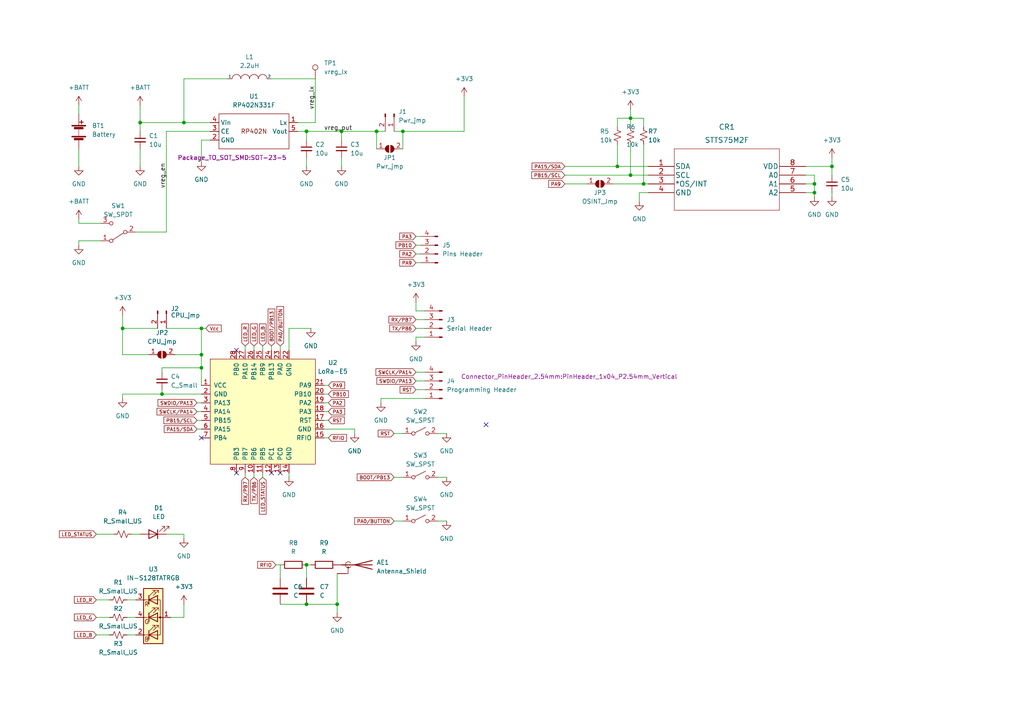
<source format=kicad_sch>
(kicad_sch (version 20211123) (generator eeschema)

  (uuid e63e39d7-6ac0-4ffd-8aa3-1841a4541b55)

  (paper "A4")

  (lib_symbols
    (symbol "Connector:Conn_01x02_Male" (pin_names (offset 1.016) hide) (in_bom yes) (on_board yes)
      (property "Reference" "J" (id 0) (at 0 2.54 0)
        (effects (font (size 1.27 1.27)))
      )
      (property "Value" "Conn_01x02_Male" (id 1) (at 0 -5.08 0)
        (effects (font (size 1.27 1.27)))
      )
      (property "Footprint" "" (id 2) (at 0 0 0)
        (effects (font (size 1.27 1.27)) hide)
      )
      (property "Datasheet" "~" (id 3) (at 0 0 0)
        (effects (font (size 1.27 1.27)) hide)
      )
      (property "ki_keywords" "connector" (id 4) (at 0 0 0)
        (effects (font (size 1.27 1.27)) hide)
      )
      (property "ki_description" "Generic connector, single row, 01x02, script generated (kicad-library-utils/schlib/autogen/connector/)" (id 5) (at 0 0 0)
        (effects (font (size 1.27 1.27)) hide)
      )
      (property "ki_fp_filters" "Connector*:*_1x??_*" (id 6) (at 0 0 0)
        (effects (font (size 1.27 1.27)) hide)
      )
      (symbol "Conn_01x02_Male_1_1"
        (polyline
          (pts
            (xy 1.27 -2.54)
            (xy 0.8636 -2.54)
          )
          (stroke (width 0.1524) (type default) (color 0 0 0 0))
          (fill (type none))
        )
        (polyline
          (pts
            (xy 1.27 0)
            (xy 0.8636 0)
          )
          (stroke (width 0.1524) (type default) (color 0 0 0 0))
          (fill (type none))
        )
        (rectangle (start 0.8636 -2.413) (end 0 -2.667)
          (stroke (width 0.1524) (type default) (color 0 0 0 0))
          (fill (type outline))
        )
        (rectangle (start 0.8636 0.127) (end 0 -0.127)
          (stroke (width 0.1524) (type default) (color 0 0 0 0))
          (fill (type outline))
        )
        (pin passive line (at 5.08 0 180) (length 3.81)
          (name "Pin_1" (effects (font (size 1.27 1.27))))
          (number "1" (effects (font (size 1.27 1.27))))
        )
        (pin passive line (at 5.08 -2.54 180) (length 3.81)
          (name "Pin_2" (effects (font (size 1.27 1.27))))
          (number "2" (effects (font (size 1.27 1.27))))
        )
      )
    )
    (symbol "Connector:Conn_01x04_Male" (pin_names (offset 1.016) hide) (in_bom yes) (on_board yes)
      (property "Reference" "J" (id 0) (at 0 5.08 0)
        (effects (font (size 1.27 1.27)))
      )
      (property "Value" "Conn_01x04_Male" (id 1) (at 0 -7.62 0)
        (effects (font (size 1.27 1.27)))
      )
      (property "Footprint" "" (id 2) (at 0 0 0)
        (effects (font (size 1.27 1.27)) hide)
      )
      (property "Datasheet" "~" (id 3) (at 0 0 0)
        (effects (font (size 1.27 1.27)) hide)
      )
      (property "ki_keywords" "connector" (id 4) (at 0 0 0)
        (effects (font (size 1.27 1.27)) hide)
      )
      (property "ki_description" "Generic connector, single row, 01x04, script generated (kicad-library-utils/schlib/autogen/connector/)" (id 5) (at 0 0 0)
        (effects (font (size 1.27 1.27)) hide)
      )
      (property "ki_fp_filters" "Connector*:*_1x??_*" (id 6) (at 0 0 0)
        (effects (font (size 1.27 1.27)) hide)
      )
      (symbol "Conn_01x04_Male_1_1"
        (polyline
          (pts
            (xy 1.27 -5.08)
            (xy 0.8636 -5.08)
          )
          (stroke (width 0.1524) (type default) (color 0 0 0 0))
          (fill (type none))
        )
        (polyline
          (pts
            (xy 1.27 -2.54)
            (xy 0.8636 -2.54)
          )
          (stroke (width 0.1524) (type default) (color 0 0 0 0))
          (fill (type none))
        )
        (polyline
          (pts
            (xy 1.27 0)
            (xy 0.8636 0)
          )
          (stroke (width 0.1524) (type default) (color 0 0 0 0))
          (fill (type none))
        )
        (polyline
          (pts
            (xy 1.27 2.54)
            (xy 0.8636 2.54)
          )
          (stroke (width 0.1524) (type default) (color 0 0 0 0))
          (fill (type none))
        )
        (rectangle (start 0.8636 -4.953) (end 0 -5.207)
          (stroke (width 0.1524) (type default) (color 0 0 0 0))
          (fill (type outline))
        )
        (rectangle (start 0.8636 -2.413) (end 0 -2.667)
          (stroke (width 0.1524) (type default) (color 0 0 0 0))
          (fill (type outline))
        )
        (rectangle (start 0.8636 0.127) (end 0 -0.127)
          (stroke (width 0.1524) (type default) (color 0 0 0 0))
          (fill (type outline))
        )
        (rectangle (start 0.8636 2.667) (end 0 2.413)
          (stroke (width 0.1524) (type default) (color 0 0 0 0))
          (fill (type outline))
        )
        (pin passive line (at 5.08 2.54 180) (length 3.81)
          (name "Pin_1" (effects (font (size 1.27 1.27))))
          (number "1" (effects (font (size 1.27 1.27))))
        )
        (pin passive line (at 5.08 0 180) (length 3.81)
          (name "Pin_2" (effects (font (size 1.27 1.27))))
          (number "2" (effects (font (size 1.27 1.27))))
        )
        (pin passive line (at 5.08 -2.54 180) (length 3.81)
          (name "Pin_3" (effects (font (size 1.27 1.27))))
          (number "3" (effects (font (size 1.27 1.27))))
        )
        (pin passive line (at 5.08 -5.08 180) (length 3.81)
          (name "Pin_4" (effects (font (size 1.27 1.27))))
          (number "4" (effects (font (size 1.27 1.27))))
        )
      )
    )
    (symbol "Connector:TestPoint" (pin_numbers hide) (pin_names (offset 0.762) hide) (in_bom yes) (on_board yes)
      (property "Reference" "TP" (id 0) (at 0 6.858 0)
        (effects (font (size 1.27 1.27)))
      )
      (property "Value" "TestPoint" (id 1) (at 0 5.08 0)
        (effects (font (size 1.27 1.27)))
      )
      (property "Footprint" "" (id 2) (at 5.08 0 0)
        (effects (font (size 1.27 1.27)) hide)
      )
      (property "Datasheet" "~" (id 3) (at 5.08 0 0)
        (effects (font (size 1.27 1.27)) hide)
      )
      (property "ki_keywords" "test point tp" (id 4) (at 0 0 0)
        (effects (font (size 1.27 1.27)) hide)
      )
      (property "ki_description" "test point" (id 5) (at 0 0 0)
        (effects (font (size 1.27 1.27)) hide)
      )
      (property "ki_fp_filters" "Pin* Test*" (id 6) (at 0 0 0)
        (effects (font (size 1.27 1.27)) hide)
      )
      (symbol "TestPoint_0_1"
        (circle (center 0 3.302) (radius 0.762)
          (stroke (width 0) (type default) (color 0 0 0 0))
          (fill (type none))
        )
      )
      (symbol "TestPoint_1_1"
        (pin passive line (at 0 0 90) (length 2.54)
          (name "1" (effects (font (size 1.27 1.27))))
          (number "1" (effects (font (size 1.27 1.27))))
        )
      )
    )
    (symbol "Device:Antenna_Shield" (pin_numbers hide) (pin_names (offset 1.016) hide) (in_bom yes) (on_board yes)
      (property "Reference" "AE" (id 0) (at -1.905 4.445 0)
        (effects (font (size 1.27 1.27)) (justify right))
      )
      (property "Value" "Antenna_Shield" (id 1) (at -1.905 2.54 0)
        (effects (font (size 1.27 1.27)) (justify right))
      )
      (property "Footprint" "" (id 2) (at 0 2.54 0)
        (effects (font (size 1.27 1.27)) hide)
      )
      (property "Datasheet" "~" (id 3) (at 0 2.54 0)
        (effects (font (size 1.27 1.27)) hide)
      )
      (property "ki_keywords" "antenna" (id 4) (at 0 0 0)
        (effects (font (size 1.27 1.27)) hide)
      )
      (property "ki_description" "Antenna with extra pin for shielding" (id 5) (at 0 0 0)
        (effects (font (size 1.27 1.27)) hide)
      )
      (symbol "Antenna_Shield_0_1"
        (arc (start -0.508 -1.143) (mid -0.8485 -2.1032) (end 0 -2.667)
          (stroke (width 0) (type default) (color 0 0 0 0))
          (fill (type none))
        )
        (arc (start 0 -2.667) (mid 0.8047 -2.0885) (end 0.508 -1.143)
          (stroke (width 0) (type default) (color 0 0 0 0))
          (fill (type none))
        )
        (polyline
          (pts
            (xy 0 -2.54)
            (xy 0 0)
          )
          (stroke (width 0) (type default) (color 0 0 0 0))
          (fill (type none))
        )
        (polyline
          (pts
            (xy 0 5.08)
            (xy 0 -3.81)
          )
          (stroke (width 0.254) (type default) (color 0 0 0 0))
          (fill (type none))
        )
        (polyline
          (pts
            (xy 0.762 -1.905)
            (xy 2.54 -1.905)
          )
          (stroke (width 0) (type default) (color 0 0 0 0))
          (fill (type none))
        )
        (polyline
          (pts
            (xy 2.54 -2.54)
            (xy 2.54 -1.905)
          )
          (stroke (width 0) (type default) (color 0 0 0 0))
          (fill (type none))
        )
        (polyline
          (pts
            (xy 1.27 5.08)
            (xy 0 0)
            (xy -1.27 5.08)
          )
          (stroke (width 0.254) (type default) (color 0 0 0 0))
          (fill (type none))
        )
        (circle (center 0.762 -1.905) (radius 0.1778)
          (stroke (width 0) (type default) (color 0 0 0 0))
          (fill (type outline))
        )
      )
      (symbol "Antenna_Shield_1_1"
        (pin input line (at 0 -5.08 90) (length 2.54)
          (name "A" (effects (font (size 1.27 1.27))))
          (number "1" (effects (font (size 1.27 1.27))))
        )
        (pin input line (at 2.54 -5.08 90) (length 2.54)
          (name "Shield" (effects (font (size 1.27 1.27))))
          (number "2" (effects (font (size 1.27 1.27))))
        )
      )
    )
    (symbol "Device:Battery" (pin_numbers hide) (pin_names (offset 0) hide) (in_bom yes) (on_board yes)
      (property "Reference" "BT" (id 0) (at 2.54 2.54 0)
        (effects (font (size 1.27 1.27)) (justify left))
      )
      (property "Value" "Battery" (id 1) (at 2.54 0 0)
        (effects (font (size 1.27 1.27)) (justify left))
      )
      (property "Footprint" "" (id 2) (at 0 1.524 90)
        (effects (font (size 1.27 1.27)) hide)
      )
      (property "Datasheet" "~" (id 3) (at 0 1.524 90)
        (effects (font (size 1.27 1.27)) hide)
      )
      (property "ki_keywords" "batt voltage-source cell" (id 4) (at 0 0 0)
        (effects (font (size 1.27 1.27)) hide)
      )
      (property "ki_description" "Multiple-cell battery" (id 5) (at 0 0 0)
        (effects (font (size 1.27 1.27)) hide)
      )
      (symbol "Battery_0_1"
        (rectangle (start -2.032 -1.397) (end 2.032 -1.651)
          (stroke (width 0) (type default) (color 0 0 0 0))
          (fill (type outline))
        )
        (rectangle (start -2.032 1.778) (end 2.032 1.524)
          (stroke (width 0) (type default) (color 0 0 0 0))
          (fill (type outline))
        )
        (rectangle (start -1.3208 -1.9812) (end 1.27 -2.4892)
          (stroke (width 0) (type default) (color 0 0 0 0))
          (fill (type outline))
        )
        (rectangle (start -1.3208 1.1938) (end 1.27 0.6858)
          (stroke (width 0) (type default) (color 0 0 0 0))
          (fill (type outline))
        )
        (polyline
          (pts
            (xy 0 -1.524)
            (xy 0 -1.27)
          )
          (stroke (width 0) (type default) (color 0 0 0 0))
          (fill (type none))
        )
        (polyline
          (pts
            (xy 0 -1.016)
            (xy 0 -0.762)
          )
          (stroke (width 0) (type default) (color 0 0 0 0))
          (fill (type none))
        )
        (polyline
          (pts
            (xy 0 -0.508)
            (xy 0 -0.254)
          )
          (stroke (width 0) (type default) (color 0 0 0 0))
          (fill (type none))
        )
        (polyline
          (pts
            (xy 0 0)
            (xy 0 0.254)
          )
          (stroke (width 0) (type default) (color 0 0 0 0))
          (fill (type none))
        )
        (polyline
          (pts
            (xy 0 0.508)
            (xy 0 0.762)
          )
          (stroke (width 0) (type default) (color 0 0 0 0))
          (fill (type none))
        )
        (polyline
          (pts
            (xy 0 1.778)
            (xy 0 2.54)
          )
          (stroke (width 0) (type default) (color 0 0 0 0))
          (fill (type none))
        )
        (polyline
          (pts
            (xy 0.254 2.667)
            (xy 1.27 2.667)
          )
          (stroke (width 0.254) (type default) (color 0 0 0 0))
          (fill (type none))
        )
        (polyline
          (pts
            (xy 0.762 3.175)
            (xy 0.762 2.159)
          )
          (stroke (width 0.254) (type default) (color 0 0 0 0))
          (fill (type none))
        )
      )
      (symbol "Battery_1_1"
        (pin passive line (at 0 5.08 270) (length 2.54)
          (name "+" (effects (font (size 1.27 1.27))))
          (number "1" (effects (font (size 1.27 1.27))))
        )
        (pin passive line (at 0 -5.08 90) (length 2.54)
          (name "-" (effects (font (size 1.27 1.27))))
          (number "2" (effects (font (size 1.27 1.27))))
        )
      )
    )
    (symbol "Device:C" (pin_numbers hide) (pin_names (offset 0.254)) (in_bom yes) (on_board yes)
      (property "Reference" "C" (id 0) (at 0.635 2.54 0)
        (effects (font (size 1.27 1.27)) (justify left))
      )
      (property "Value" "C" (id 1) (at 0.635 -2.54 0)
        (effects (font (size 1.27 1.27)) (justify left))
      )
      (property "Footprint" "" (id 2) (at 0.9652 -3.81 0)
        (effects (font (size 1.27 1.27)) hide)
      )
      (property "Datasheet" "~" (id 3) (at 0 0 0)
        (effects (font (size 1.27 1.27)) hide)
      )
      (property "ki_keywords" "cap capacitor" (id 4) (at 0 0 0)
        (effects (font (size 1.27 1.27)) hide)
      )
      (property "ki_description" "Unpolarized capacitor" (id 5) (at 0 0 0)
        (effects (font (size 1.27 1.27)) hide)
      )
      (property "ki_fp_filters" "C_*" (id 6) (at 0 0 0)
        (effects (font (size 1.27 1.27)) hide)
      )
      (symbol "C_0_1"
        (polyline
          (pts
            (xy -2.032 -0.762)
            (xy 2.032 -0.762)
          )
          (stroke (width 0.508) (type default) (color 0 0 0 0))
          (fill (type none))
        )
        (polyline
          (pts
            (xy -2.032 0.762)
            (xy 2.032 0.762)
          )
          (stroke (width 0.508) (type default) (color 0 0 0 0))
          (fill (type none))
        )
      )
      (symbol "C_1_1"
        (pin passive line (at 0 3.81 270) (length 2.794)
          (name "~" (effects (font (size 1.27 1.27))))
          (number "1" (effects (font (size 1.27 1.27))))
        )
        (pin passive line (at 0 -3.81 90) (length 2.794)
          (name "~" (effects (font (size 1.27 1.27))))
          (number "2" (effects (font (size 1.27 1.27))))
        )
      )
    )
    (symbol "Device:C_Small" (pin_numbers hide) (pin_names (offset 0.254) hide) (in_bom yes) (on_board yes)
      (property "Reference" "C" (id 0) (at 0.254 1.778 0)
        (effects (font (size 1.27 1.27)) (justify left))
      )
      (property "Value" "C_Small" (id 1) (at 0.254 -2.032 0)
        (effects (font (size 1.27 1.27)) (justify left))
      )
      (property "Footprint" "" (id 2) (at 0 0 0)
        (effects (font (size 1.27 1.27)) hide)
      )
      (property "Datasheet" "~" (id 3) (at 0 0 0)
        (effects (font (size 1.27 1.27)) hide)
      )
      (property "ki_keywords" "capacitor cap" (id 4) (at 0 0 0)
        (effects (font (size 1.27 1.27)) hide)
      )
      (property "ki_description" "Unpolarized capacitor, small symbol" (id 5) (at 0 0 0)
        (effects (font (size 1.27 1.27)) hide)
      )
      (property "ki_fp_filters" "C_*" (id 6) (at 0 0 0)
        (effects (font (size 1.27 1.27)) hide)
      )
      (symbol "C_Small_0_1"
        (polyline
          (pts
            (xy -1.524 -0.508)
            (xy 1.524 -0.508)
          )
          (stroke (width 0.3302) (type default) (color 0 0 0 0))
          (fill (type none))
        )
        (polyline
          (pts
            (xy -1.524 0.508)
            (xy 1.524 0.508)
          )
          (stroke (width 0.3048) (type default) (color 0 0 0 0))
          (fill (type none))
        )
      )
      (symbol "C_Small_1_1"
        (pin passive line (at 0 2.54 270) (length 2.032)
          (name "~" (effects (font (size 1.27 1.27))))
          (number "1" (effects (font (size 1.27 1.27))))
        )
        (pin passive line (at 0 -2.54 90) (length 2.032)
          (name "~" (effects (font (size 1.27 1.27))))
          (number "2" (effects (font (size 1.27 1.27))))
        )
      )
    )
    (symbol "Device:LED" (pin_numbers hide) (pin_names (offset 1.016) hide) (in_bom yes) (on_board yes)
      (property "Reference" "D" (id 0) (at 0 2.54 0)
        (effects (font (size 1.27 1.27)))
      )
      (property "Value" "LED" (id 1) (at 0 -2.54 0)
        (effects (font (size 1.27 1.27)))
      )
      (property "Footprint" "" (id 2) (at 0 0 0)
        (effects (font (size 1.27 1.27)) hide)
      )
      (property "Datasheet" "~" (id 3) (at 0 0 0)
        (effects (font (size 1.27 1.27)) hide)
      )
      (property "ki_keywords" "LED diode" (id 4) (at 0 0 0)
        (effects (font (size 1.27 1.27)) hide)
      )
      (property "ki_description" "Light emitting diode" (id 5) (at 0 0 0)
        (effects (font (size 1.27 1.27)) hide)
      )
      (property "ki_fp_filters" "LED* LED_SMD:* LED_THT:*" (id 6) (at 0 0 0)
        (effects (font (size 1.27 1.27)) hide)
      )
      (symbol "LED_0_1"
        (polyline
          (pts
            (xy -1.27 -1.27)
            (xy -1.27 1.27)
          )
          (stroke (width 0.254) (type default) (color 0 0 0 0))
          (fill (type none))
        )
        (polyline
          (pts
            (xy -1.27 0)
            (xy 1.27 0)
          )
          (stroke (width 0) (type default) (color 0 0 0 0))
          (fill (type none))
        )
        (polyline
          (pts
            (xy 1.27 -1.27)
            (xy 1.27 1.27)
            (xy -1.27 0)
            (xy 1.27 -1.27)
          )
          (stroke (width 0.254) (type default) (color 0 0 0 0))
          (fill (type none))
        )
        (polyline
          (pts
            (xy -3.048 -0.762)
            (xy -4.572 -2.286)
            (xy -3.81 -2.286)
            (xy -4.572 -2.286)
            (xy -4.572 -1.524)
          )
          (stroke (width 0) (type default) (color 0 0 0 0))
          (fill (type none))
        )
        (polyline
          (pts
            (xy -1.778 -0.762)
            (xy -3.302 -2.286)
            (xy -2.54 -2.286)
            (xy -3.302 -2.286)
            (xy -3.302 -1.524)
          )
          (stroke (width 0) (type default) (color 0 0 0 0))
          (fill (type none))
        )
      )
      (symbol "LED_1_1"
        (pin passive line (at -3.81 0 0) (length 2.54)
          (name "K" (effects (font (size 1.27 1.27))))
          (number "1" (effects (font (size 1.27 1.27))))
        )
        (pin passive line (at 3.81 0 180) (length 2.54)
          (name "A" (effects (font (size 1.27 1.27))))
          (number "2" (effects (font (size 1.27 1.27))))
        )
      )
    )
    (symbol "Device:R" (pin_numbers hide) (pin_names (offset 0)) (in_bom yes) (on_board yes)
      (property "Reference" "R" (id 0) (at 2.032 0 90)
        (effects (font (size 1.27 1.27)))
      )
      (property "Value" "R" (id 1) (at 0 0 90)
        (effects (font (size 1.27 1.27)))
      )
      (property "Footprint" "" (id 2) (at -1.778 0 90)
        (effects (font (size 1.27 1.27)) hide)
      )
      (property "Datasheet" "~" (id 3) (at 0 0 0)
        (effects (font (size 1.27 1.27)) hide)
      )
      (property "ki_keywords" "R res resistor" (id 4) (at 0 0 0)
        (effects (font (size 1.27 1.27)) hide)
      )
      (property "ki_description" "Resistor" (id 5) (at 0 0 0)
        (effects (font (size 1.27 1.27)) hide)
      )
      (property "ki_fp_filters" "R_*" (id 6) (at 0 0 0)
        (effects (font (size 1.27 1.27)) hide)
      )
      (symbol "R_0_1"
        (rectangle (start -1.016 -2.54) (end 1.016 2.54)
          (stroke (width 0.254) (type default) (color 0 0 0 0))
          (fill (type none))
        )
      )
      (symbol "R_1_1"
        (pin passive line (at 0 3.81 270) (length 1.27)
          (name "~" (effects (font (size 1.27 1.27))))
          (number "1" (effects (font (size 1.27 1.27))))
        )
        (pin passive line (at 0 -3.81 90) (length 1.27)
          (name "~" (effects (font (size 1.27 1.27))))
          (number "2" (effects (font (size 1.27 1.27))))
        )
      )
    )
    (symbol "Device:R_Small_US" (pin_numbers hide) (pin_names (offset 0.254) hide) (in_bom yes) (on_board yes)
      (property "Reference" "R" (id 0) (at 0.762 0.508 0)
        (effects (font (size 1.27 1.27)) (justify left))
      )
      (property "Value" "R_Small_US" (id 1) (at 0.762 -1.016 0)
        (effects (font (size 1.27 1.27)) (justify left))
      )
      (property "Footprint" "" (id 2) (at 0 0 0)
        (effects (font (size 1.27 1.27)) hide)
      )
      (property "Datasheet" "~" (id 3) (at 0 0 0)
        (effects (font (size 1.27 1.27)) hide)
      )
      (property "ki_keywords" "r resistor" (id 4) (at 0 0 0)
        (effects (font (size 1.27 1.27)) hide)
      )
      (property "ki_description" "Resistor, small US symbol" (id 5) (at 0 0 0)
        (effects (font (size 1.27 1.27)) hide)
      )
      (property "ki_fp_filters" "R_*" (id 6) (at 0 0 0)
        (effects (font (size 1.27 1.27)) hide)
      )
      (symbol "R_Small_US_1_1"
        (polyline
          (pts
            (xy 0 0)
            (xy 1.016 -0.381)
            (xy 0 -0.762)
            (xy -1.016 -1.143)
            (xy 0 -1.524)
          )
          (stroke (width 0) (type default) (color 0 0 0 0))
          (fill (type none))
        )
        (polyline
          (pts
            (xy 0 1.524)
            (xy 1.016 1.143)
            (xy 0 0.762)
            (xy -1.016 0.381)
            (xy 0 0)
          )
          (stroke (width 0) (type default) (color 0 0 0 0))
          (fill (type none))
        )
        (pin passive line (at 0 2.54 270) (length 1.016)
          (name "~" (effects (font (size 1.27 1.27))))
          (number "1" (effects (font (size 1.27 1.27))))
        )
        (pin passive line (at 0 -2.54 90) (length 1.016)
          (name "~" (effects (font (size 1.27 1.27))))
          (number "2" (effects (font (size 1.27 1.27))))
        )
      )
    )
    (symbol "IN-S128TATRGB_1" (pin_names hide) (in_bom yes) (on_board yes)
      (property "Reference" "U" (id 0) (at 0 10.16 0)
        (effects (font (size 1.27 1.27)))
      )
      (property "Value" "IN-S128TATRGB_1" (id 1) (at 0 12.7 0)
        (effects (font (size 1.27 1.27)))
      )
      (property "Footprint" "" (id 2) (at 0 0 0)
        (effects (font (size 1.27 1.27)) hide)
      )
      (property "Datasheet" "https://www.inolux-corp.com/datasheet/SMDLED/RGB%20Top%20View/IN-S128TATRGB_V1.0.pdf" (id 3) (at 0 -11.43 0)
        (effects (font (size 1.27 1.27)) hide)
      )
      (property "ki_keywords" "LED RGB" (id 4) (at 0 0 0)
        (effects (font (size 1.27 1.27)) hide)
      )
      (symbol "IN-S128TATRGB_1_0_0"
        (text "B" (at -1.905 -6.35 0)
          (effects (font (size 1.27 1.27)))
        )
        (text "G" (at -1.905 -1.27 0)
          (effects (font (size 1.27 1.27)))
        )
        (text "R" (at -1.905 3.81 0)
          (effects (font (size 1.27 1.27)))
        )
      )
      (symbol "IN-S128TATRGB_1_0_1"
        (polyline
          (pts
            (xy -1.27 -5.08)
            (xy -2.54 -5.08)
          )
          (stroke (width 0) (type default) (color 0 0 0 0))
          (fill (type none))
        )
        (polyline
          (pts
            (xy -1.27 -5.08)
            (xy 1.27 -5.08)
          )
          (stroke (width 0) (type default) (color 0 0 0 0))
          (fill (type none))
        )
        (polyline
          (pts
            (xy -1.27 -3.81)
            (xy -1.27 -6.35)
          )
          (stroke (width 0.254) (type default) (color 0 0 0 0))
          (fill (type none))
        )
        (polyline
          (pts
            (xy -1.27 0)
            (xy -2.54 0)
          )
          (stroke (width 0) (type default) (color 0 0 0 0))
          (fill (type none))
        )
        (polyline
          (pts
            (xy -1.27 1.27)
            (xy -1.27 -1.27)
          )
          (stroke (width 0.254) (type default) (color 0 0 0 0))
          (fill (type none))
        )
        (polyline
          (pts
            (xy -1.27 5.08)
            (xy -2.54 5.08)
          )
          (stroke (width 0) (type default) (color 0 0 0 0))
          (fill (type none))
        )
        (polyline
          (pts
            (xy -1.27 5.08)
            (xy 1.27 5.08)
          )
          (stroke (width 0) (type default) (color 0 0 0 0))
          (fill (type none))
        )
        (polyline
          (pts
            (xy -1.27 6.35)
            (xy -1.27 3.81)
          )
          (stroke (width 0.254) (type default) (color 0 0 0 0))
          (fill (type none))
        )
        (polyline
          (pts
            (xy 1.27 0)
            (xy -1.27 0)
          )
          (stroke (width 0) (type default) (color 0 0 0 0))
          (fill (type none))
        )
        (polyline
          (pts
            (xy 1.27 0)
            (xy 2.54 0)
          )
          (stroke (width 0) (type default) (color 0 0 0 0))
          (fill (type none))
        )
        (polyline
          (pts
            (xy -1.27 1.27)
            (xy -1.27 -1.27)
            (xy -1.27 -1.27)
          )
          (stroke (width 0) (type default) (color 0 0 0 0))
          (fill (type none))
        )
        (polyline
          (pts
            (xy -1.27 6.35)
            (xy -1.27 3.81)
            (xy -1.27 3.81)
          )
          (stroke (width 0) (type default) (color 0 0 0 0))
          (fill (type none))
        )
        (polyline
          (pts
            (xy 1.27 -5.08)
            (xy 2.032 -5.08)
            (xy 2.032 5.08)
            (xy 1.27 5.08)
          )
          (stroke (width 0) (type default) (color 0 0 0 0))
          (fill (type none))
        )
        (polyline
          (pts
            (xy 1.27 -3.81)
            (xy 1.27 -6.35)
            (xy -1.27 -5.08)
            (xy 1.27 -3.81)
          )
          (stroke (width 0.254) (type default) (color 0 0 0 0))
          (fill (type none))
        )
        (polyline
          (pts
            (xy 1.27 1.27)
            (xy 1.27 -1.27)
            (xy -1.27 0)
            (xy 1.27 1.27)
          )
          (stroke (width 0.254) (type default) (color 0 0 0 0))
          (fill (type none))
        )
        (polyline
          (pts
            (xy 1.27 6.35)
            (xy 1.27 3.81)
            (xy -1.27 5.08)
            (xy 1.27 6.35)
          )
          (stroke (width 0.254) (type default) (color 0 0 0 0))
          (fill (type none))
        )
        (polyline
          (pts
            (xy -1.016 -3.81)
            (xy 0.508 -2.286)
            (xy -0.254 -2.286)
            (xy 0.508 -2.286)
            (xy 0.508 -3.048)
          )
          (stroke (width 0) (type default) (color 0 0 0 0))
          (fill (type none))
        )
        (polyline
          (pts
            (xy -1.016 1.27)
            (xy 0.508 2.794)
            (xy -0.254 2.794)
            (xy 0.508 2.794)
            (xy 0.508 2.032)
          )
          (stroke (width 0) (type default) (color 0 0 0 0))
          (fill (type none))
        )
        (polyline
          (pts
            (xy -1.016 6.35)
            (xy 0.508 7.874)
            (xy -0.254 7.874)
            (xy 0.508 7.874)
            (xy 0.508 7.112)
          )
          (stroke (width 0) (type default) (color 0 0 0 0))
          (fill (type none))
        )
        (polyline
          (pts
            (xy 0 -3.81)
            (xy 1.524 -2.286)
            (xy 0.762 -2.286)
            (xy 1.524 -2.286)
            (xy 1.524 -3.048)
          )
          (stroke (width 0) (type default) (color 0 0 0 0))
          (fill (type none))
        )
        (polyline
          (pts
            (xy 0 1.27)
            (xy 1.524 2.794)
            (xy 0.762 2.794)
            (xy 1.524 2.794)
            (xy 1.524 2.032)
          )
          (stroke (width 0) (type default) (color 0 0 0 0))
          (fill (type none))
        )
        (polyline
          (pts
            (xy 0 6.35)
            (xy 1.524 7.874)
            (xy 0.762 7.874)
            (xy 1.524 7.874)
            (xy 1.524 7.112)
          )
          (stroke (width 0) (type default) (color 0 0 0 0))
          (fill (type none))
        )
        (rectangle (start 1.27 -1.27) (end 1.27 1.27)
          (stroke (width 0) (type default) (color 0 0 0 0))
          (fill (type none))
        )
        (rectangle (start 1.27 1.27) (end 1.27 1.27)
          (stroke (width 0) (type default) (color 0 0 0 0))
          (fill (type none))
        )
        (rectangle (start 1.27 3.81) (end 1.27 6.35)
          (stroke (width 0) (type default) (color 0 0 0 0))
          (fill (type none))
        )
        (rectangle (start 1.27 6.35) (end 1.27 6.35)
          (stroke (width 0) (type default) (color 0 0 0 0))
          (fill (type none))
        )
        (circle (center 2.032 0) (radius 0.254)
          (stroke (width 0) (type default) (color 0 0 0 0))
          (fill (type outline))
        )
        (rectangle (start 2.794 8.382) (end -2.794 -7.62)
          (stroke (width 0.254) (type default) (color 0 0 0 0))
          (fill (type background))
        )
      )
      (symbol "IN-S128TATRGB_1_1_1"
        (pin passive line (at 5.08 0 180) (length 2.54)
          (name "A" (effects (font (size 1.27 1.27))))
          (number "1" (effects (font (size 1.27 1.27))))
        )
        (pin passive line (at -5.08 -5.08 0) (length 2.54)
          (name "BK" (effects (font (size 1.27 1.27))))
          (number "2" (effects (font (size 1.27 1.27))))
        )
        (pin passive line (at -5.08 5.08 0) (length 2.54)
          (name "RK" (effects (font (size 1.27 1.27))))
          (number "3" (effects (font (size 1.27 1.27))))
        )
        (pin passive line (at -5.08 0 0) (length 2.54)
          (name "GK" (effects (font (size 1.27 1.27))))
          (number "4" (effects (font (size 1.27 1.27))))
        )
      )
    )
    (symbol "Jumper:SolderJumper_2_Open" (pin_names (offset 0) hide) (in_bom yes) (on_board yes)
      (property "Reference" "JP" (id 0) (at 0 2.032 0)
        (effects (font (size 1.27 1.27)))
      )
      (property "Value" "SolderJumper_2_Open" (id 1) (at 0 -2.54 0)
        (effects (font (size 1.27 1.27)))
      )
      (property "Footprint" "" (id 2) (at 0 0 0)
        (effects (font (size 1.27 1.27)) hide)
      )
      (property "Datasheet" "~" (id 3) (at 0 0 0)
        (effects (font (size 1.27 1.27)) hide)
      )
      (property "ki_keywords" "solder jumper SPST" (id 4) (at 0 0 0)
        (effects (font (size 1.27 1.27)) hide)
      )
      (property "ki_description" "Solder Jumper, 2-pole, open" (id 5) (at 0 0 0)
        (effects (font (size 1.27 1.27)) hide)
      )
      (property "ki_fp_filters" "SolderJumper*Open*" (id 6) (at 0 0 0)
        (effects (font (size 1.27 1.27)) hide)
      )
      (symbol "SolderJumper_2_Open_0_1"
        (arc (start -0.254 1.016) (mid -1.27 0) (end -0.254 -1.016)
          (stroke (width 0) (type default) (color 0 0 0 0))
          (fill (type none))
        )
        (arc (start -0.254 1.016) (mid -1.27 0) (end -0.254 -1.016)
          (stroke (width 0) (type default) (color 0 0 0 0))
          (fill (type outline))
        )
        (polyline
          (pts
            (xy -0.254 1.016)
            (xy -0.254 -1.016)
          )
          (stroke (width 0) (type default) (color 0 0 0 0))
          (fill (type none))
        )
        (polyline
          (pts
            (xy 0.254 1.016)
            (xy 0.254 -1.016)
          )
          (stroke (width 0) (type default) (color 0 0 0 0))
          (fill (type none))
        )
        (arc (start 0.254 -1.016) (mid 1.27 0) (end 0.254 1.016)
          (stroke (width 0) (type default) (color 0 0 0 0))
          (fill (type none))
        )
        (arc (start 0.254 -1.016) (mid 1.27 0) (end 0.254 1.016)
          (stroke (width 0) (type default) (color 0 0 0 0))
          (fill (type outline))
        )
      )
      (symbol "SolderJumper_2_Open_1_1"
        (pin passive line (at -3.81 0 0) (length 2.54)
          (name "A" (effects (font (size 1.27 1.27))))
          (number "1" (effects (font (size 1.27 1.27))))
        )
        (pin passive line (at 3.81 0 180) (length 2.54)
          (name "B" (effects (font (size 1.27 1.27))))
          (number "2" (effects (font (size 1.27 1.27))))
        )
      )
    )
    (symbol "LoRa-E5:LoRa-E5" (pin_names (offset 1.016)) (in_bom yes) (on_board yes)
      (property "Reference" "U" (id 0) (at 0 0 0)
        (effects (font (size 1.27 1.27)))
      )
      (property "Value" "LoRa-E5" (id 1) (at 0 2.54 0)
        (effects (font (size 1.27 1.27)))
      )
      (property "Footprint" "" (id 2) (at 0 0 0)
        (effects (font (size 1.27 1.27)) hide)
      )
      (property "Datasheet" "" (id 3) (at 0 0 0)
        (effects (font (size 1.27 1.27)) hide)
      )
      (symbol "LoRa-E5_0_1"
        (rectangle (start -15.24 15.24) (end 15.24 -15.24)
          (stroke (width 0) (type default) (color 0 0 0 0))
          (fill (type background))
        )
      )
      (symbol "LoRa-E5_1_1"
        (pin input line (at -17.78 7.62 0) (length 2.54)
          (name "VCC" (effects (font (size 1.27 1.27))))
          (number "1" (effects (font (size 1.27 1.27))))
        )
        (pin input line (at -2.54 -17.78 90) (length 2.54)
          (name "PB6" (effects (font (size 1.27 1.27))))
          (number "10" (effects (font (size 1.27 1.27))))
        )
        (pin input line (at 0 -17.78 90) (length 2.54)
          (name "PB5" (effects (font (size 1.27 1.27))))
          (number "11" (effects (font (size 1.27 1.27))))
        )
        (pin input line (at 2.54 -17.78 90) (length 2.54)
          (name "PC1" (effects (font (size 1.27 1.27))))
          (number "12" (effects (font (size 1.27 1.27))))
        )
        (pin input line (at 5.08 -17.78 90) (length 2.54)
          (name "PC0" (effects (font (size 1.27 1.27))))
          (number "13" (effects (font (size 1.27 1.27))))
        )
        (pin input line (at 7.62 -17.78 90) (length 2.54)
          (name "GND" (effects (font (size 1.27 1.27))))
          (number "14" (effects (font (size 1.27 1.27))))
        )
        (pin input line (at 17.78 -7.62 180) (length 2.54)
          (name "RFIO" (effects (font (size 1.27 1.27))))
          (number "15" (effects (font (size 1.27 1.27))))
        )
        (pin input line (at 17.78 -5.08 180) (length 2.54)
          (name "GND" (effects (font (size 1.27 1.27))))
          (number "16" (effects (font (size 1.27 1.27))))
        )
        (pin input line (at 17.78 -2.54 180) (length 2.54)
          (name "RST" (effects (font (size 1.27 1.27))))
          (number "17" (effects (font (size 1.27 1.27))))
        )
        (pin input line (at 17.78 0 180) (length 2.54)
          (name "PA3" (effects (font (size 1.27 1.27))))
          (number "18" (effects (font (size 1.27 1.27))))
        )
        (pin input line (at 17.78 2.54 180) (length 2.54)
          (name "PA2" (effects (font (size 1.27 1.27))))
          (number "19" (effects (font (size 1.27 1.27))))
        )
        (pin input line (at -17.78 5.08 0) (length 2.54)
          (name "GND" (effects (font (size 1.27 1.27))))
          (number "2" (effects (font (size 1.27 1.27))))
        )
        (pin input line (at 17.78 5.08 180) (length 2.54)
          (name "PB10" (effects (font (size 1.27 1.27))))
          (number "20" (effects (font (size 1.27 1.27))))
        )
        (pin input line (at 17.78 7.62 180) (length 2.54)
          (name "PA9" (effects (font (size 1.27 1.27))))
          (number "21" (effects (font (size 1.27 1.27))))
        )
        (pin input line (at 7.62 17.78 270) (length 2.54)
          (name "GND" (effects (font (size 1.27 1.27))))
          (number "22" (effects (font (size 1.27 1.27))))
        )
        (pin input line (at 5.08 17.78 270) (length 2.54)
          (name "PA0" (effects (font (size 1.27 1.27))))
          (number "23" (effects (font (size 1.27 1.27))))
        )
        (pin input line (at 2.54 17.78 270) (length 2.54)
          (name "PB13~{}" (effects (font (size 1.27 1.27))))
          (number "24" (effects (font (size 1.27 1.27))))
        )
        (pin input line (at 0 17.78 270) (length 2.54)
          (name "PB9" (effects (font (size 1.27 1.27))))
          (number "25" (effects (font (size 1.27 1.27))))
        )
        (pin input line (at -2.54 17.78 270) (length 2.54)
          (name "PB14" (effects (font (size 1.27 1.27))))
          (number "26" (effects (font (size 1.27 1.27))))
        )
        (pin input line (at -5.08 17.78 270) (length 2.54)
          (name "PA10" (effects (font (size 1.27 1.27))))
          (number "27" (effects (font (size 1.27 1.27))))
        )
        (pin input line (at -7.62 17.78 270) (length 2.54)
          (name "PB0" (effects (font (size 1.27 1.27))))
          (number "28" (effects (font (size 1.27 1.27))))
        )
        (pin input line (at -17.78 2.54 0) (length 2.54)
          (name "PA13" (effects (font (size 1.27 1.27))))
          (number "3" (effects (font (size 1.27 1.27))))
        )
        (pin input line (at -17.78 0 0) (length 2.54)
          (name "PA14" (effects (font (size 1.27 1.27))))
          (number "4" (effects (font (size 1.27 1.27))))
        )
        (pin input line (at -17.78 -2.54 0) (length 2.54)
          (name "PB15" (effects (font (size 1.27 1.27))))
          (number "5" (effects (font (size 1.27 1.27))))
        )
        (pin input line (at -17.78 -5.08 0) (length 2.54)
          (name "PA15" (effects (font (size 1.27 1.27))))
          (number "6" (effects (font (size 1.27 1.27))))
        )
        (pin input line (at -17.78 -7.62 0) (length 2.54)
          (name "PB4" (effects (font (size 1.27 1.27))))
          (number "7" (effects (font (size 1.27 1.27))))
        )
        (pin input line (at -7.62 -17.78 90) (length 2.54)
          (name "PB3" (effects (font (size 1.27 1.27))))
          (number "8" (effects (font (size 1.27 1.27))))
        )
        (pin input line (at -5.08 -17.78 90) (length 2.54)
          (name "PB7" (effects (font (size 1.27 1.27))))
          (number "9" (effects (font (size 1.27 1.27))))
        )
      )
    )
    (symbol "RP402NX:RP402NXXXX" (in_bom yes) (on_board yes)
      (property "Reference" "U" (id 0) (at 10.16 6.35 0)
        (effects (font (size 1.27 1.27)) (justify right))
      )
      (property "Value" "RP402NXXXX" (id 1) (at -10.16 6.35 0)
        (effects (font (size 1.27 1.27)) (justify left))
      )
      (property "Footprint" "" (id 2) (at -6.35 -7.62 0)
        (effects (font (size 1.27 1.27)) hide)
      )
      (property "Datasheet" "" (id 3) (at -6.35 -7.62 0)
        (effects (font (size 1.27 1.27)) hide)
      )
      (symbol "RP402NXXXX_0_0"
        (text "RP402N" (at 0 0 0)
          (effects (font (size 1.27 1.27)))
        )
        (pin bidirectional line (at 12.7 2.54 180) (length 2.54)
          (name "Lx" (effects (font (size 1.27 1.27))))
          (number "1" (effects (font (size 1.27 1.27))))
        )
        (pin power_in line (at -12.7 -2.54 0) (length 2.54)
          (name "GND" (effects (font (size 1.27 1.27))))
          (number "2" (effects (font (size 1.27 1.27))))
        )
        (pin input line (at -12.7 0 0) (length 2.54)
          (name "CE" (effects (font (size 1.27 1.27))))
          (number "3" (effects (font (size 1.27 1.27))))
        )
        (pin power_in line (at -12.7 2.54 0) (length 2.54)
          (name "Vin" (effects (font (size 1.27 1.27))))
          (number "4" (effects (font (size 1.27 1.27))))
        )
        (pin power_out line (at 12.7 0 180) (length 2.54)
          (name "Vout" (effects (font (size 1.27 1.27))))
          (number "5" (effects (font (size 1.27 1.27))))
        )
      )
      (symbol "RP402NXXXX_0_1"
        (rectangle (start -10.16 5.08) (end 10.16 -5.08)
          (stroke (width 0) (type default) (color 0 0 0 0))
          (fill (type none))
        )
      )
    )
    (symbol "STTS75M2F:STTS75M2F" (pin_names (offset 0.254)) (in_bom yes) (on_board yes)
      (property "Reference" "CR" (id 0) (at 22.86 10.16 0)
        (effects (font (size 1.524 1.524)))
      )
      (property "Value" "STTS75M2F" (id 1) (at 22.86 7.62 0)
        (effects (font (size 1.524 1.524)))
      )
      (property "Footprint" "SO-8_STM" (id 2) (at 22.86 6.096 0)
        (effects (font (size 1.524 1.524)) hide)
      )
      (property "Datasheet" "" (id 3) (at 0 0 0)
        (effects (font (size 1.524 1.524)))
      )
      (property "ki_locked" "" (id 4) (at 0 0 0)
        (effects (font (size 1.27 1.27)))
      )
      (property "ki_fp_filters" "SO-8_STM SO-8_STM-M SO-8_STM-L" (id 5) (at 0 0 0)
        (effects (font (size 1.27 1.27)) hide)
      )
      (symbol "STTS75M2F_1_1"
        (polyline
          (pts
            (xy 7.62 -12.7)
            (xy 38.1 -12.7)
          )
          (stroke (width 0.127) (type default) (color 0 0 0 0))
          (fill (type none))
        )
        (polyline
          (pts
            (xy 7.62 5.08)
            (xy 7.62 -12.7)
          )
          (stroke (width 0.127) (type default) (color 0 0 0 0))
          (fill (type none))
        )
        (polyline
          (pts
            (xy 38.1 -12.7)
            (xy 38.1 5.08)
          )
          (stroke (width 0.127) (type default) (color 0 0 0 0))
          (fill (type none))
        )
        (polyline
          (pts
            (xy 38.1 5.08)
            (xy 7.62 5.08)
          )
          (stroke (width 0.127) (type default) (color 0 0 0 0))
          (fill (type none))
        )
        (pin unspecified line (at 0 0 0) (length 7.62)
          (name "SDA" (effects (font (size 1.4986 1.4986))))
          (number "1" (effects (font (size 1.4986 1.4986))))
        )
        (pin input line (at 0 -2.54 0) (length 7.62)
          (name "SCL" (effects (font (size 1.4986 1.4986))))
          (number "2" (effects (font (size 1.4986 1.4986))))
        )
        (pin output line (at 0 -5.08 0) (length 7.62)
          (name "*OS/INT" (effects (font (size 1.4986 1.4986))))
          (number "3" (effects (font (size 1.4986 1.4986))))
        )
        (pin power_in line (at 0 -7.62 0) (length 7.62)
          (name "GND" (effects (font (size 1.4986 1.4986))))
          (number "4" (effects (font (size 1.4986 1.4986))))
        )
        (pin input line (at 45.72 -7.62 180) (length 7.62)
          (name "A2" (effects (font (size 1.4986 1.4986))))
          (number "5" (effects (font (size 1.4986 1.4986))))
        )
        (pin input line (at 45.72 -5.08 180) (length 7.62)
          (name "A1" (effects (font (size 1.4986 1.4986))))
          (number "6" (effects (font (size 1.4986 1.4986))))
        )
        (pin input line (at 45.72 -2.54 180) (length 7.62)
          (name "A0" (effects (font (size 1.4986 1.4986))))
          (number "7" (effects (font (size 1.4986 1.4986))))
        )
        (pin power_in line (at 45.72 0 180) (length 7.62)
          (name "VDD" (effects (font (size 1.4986 1.4986))))
          (number "8" (effects (font (size 1.4986 1.4986))))
        )
      )
    )
    (symbol "Switch:SW_SPDT" (pin_names (offset 0) hide) (in_bom yes) (on_board yes)
      (property "Reference" "SW" (id 0) (at 0 4.318 0)
        (effects (font (size 1.27 1.27)))
      )
      (property "Value" "SW_SPDT" (id 1) (at 0 -5.08 0)
        (effects (font (size 1.27 1.27)))
      )
      (property "Footprint" "" (id 2) (at 0 0 0)
        (effects (font (size 1.27 1.27)) hide)
      )
      (property "Datasheet" "~" (id 3) (at 0 0 0)
        (effects (font (size 1.27 1.27)) hide)
      )
      (property "ki_keywords" "switch single-pole double-throw spdt ON-ON" (id 4) (at 0 0 0)
        (effects (font (size 1.27 1.27)) hide)
      )
      (property "ki_description" "Switch, single pole double throw" (id 5) (at 0 0 0)
        (effects (font (size 1.27 1.27)) hide)
      )
      (symbol "SW_SPDT_0_0"
        (circle (center -2.032 0) (radius 0.508)
          (stroke (width 0) (type default) (color 0 0 0 0))
          (fill (type none))
        )
        (circle (center 2.032 -2.54) (radius 0.508)
          (stroke (width 0) (type default) (color 0 0 0 0))
          (fill (type none))
        )
      )
      (symbol "SW_SPDT_0_1"
        (polyline
          (pts
            (xy -1.524 0.254)
            (xy 1.651 2.286)
          )
          (stroke (width 0) (type default) (color 0 0 0 0))
          (fill (type none))
        )
        (circle (center 2.032 2.54) (radius 0.508)
          (stroke (width 0) (type default) (color 0 0 0 0))
          (fill (type none))
        )
      )
      (symbol "SW_SPDT_1_1"
        (pin passive line (at 5.08 2.54 180) (length 2.54)
          (name "A" (effects (font (size 1.27 1.27))))
          (number "1" (effects (font (size 1.27 1.27))))
        )
        (pin passive line (at -5.08 0 0) (length 2.54)
          (name "B" (effects (font (size 1.27 1.27))))
          (number "2" (effects (font (size 1.27 1.27))))
        )
        (pin passive line (at 5.08 -2.54 180) (length 2.54)
          (name "C" (effects (font (size 1.27 1.27))))
          (number "3" (effects (font (size 1.27 1.27))))
        )
      )
    )
    (symbol "Switch:SW_SPST" (pin_names (offset 0) hide) (in_bom yes) (on_board yes)
      (property "Reference" "SW" (id 0) (at 0 3.175 0)
        (effects (font (size 1.27 1.27)))
      )
      (property "Value" "SW_SPST" (id 1) (at 0 -2.54 0)
        (effects (font (size 1.27 1.27)))
      )
      (property "Footprint" "" (id 2) (at 0 0 0)
        (effects (font (size 1.27 1.27)) hide)
      )
      (property "Datasheet" "~" (id 3) (at 0 0 0)
        (effects (font (size 1.27 1.27)) hide)
      )
      (property "ki_keywords" "switch lever" (id 4) (at 0 0 0)
        (effects (font (size 1.27 1.27)) hide)
      )
      (property "ki_description" "Single Pole Single Throw (SPST) switch" (id 5) (at 0 0 0)
        (effects (font (size 1.27 1.27)) hide)
      )
      (symbol "SW_SPST_0_0"
        (circle (center -2.032 0) (radius 0.508)
          (stroke (width 0) (type default) (color 0 0 0 0))
          (fill (type none))
        )
        (polyline
          (pts
            (xy -1.524 0.254)
            (xy 1.524 1.778)
          )
          (stroke (width 0) (type default) (color 0 0 0 0))
          (fill (type none))
        )
        (circle (center 2.032 0) (radius 0.508)
          (stroke (width 0) (type default) (color 0 0 0 0))
          (fill (type none))
        )
      )
      (symbol "SW_SPST_1_1"
        (pin passive line (at -5.08 0 0) (length 2.54)
          (name "A" (effects (font (size 1.27 1.27))))
          (number "1" (effects (font (size 1.27 1.27))))
        )
        (pin passive line (at 5.08 0 180) (length 2.54)
          (name "B" (effects (font (size 1.27 1.27))))
          (number "2" (effects (font (size 1.27 1.27))))
        )
      )
    )
    (symbol "power:+3V3" (power) (pin_names (offset 0)) (in_bom yes) (on_board yes)
      (property "Reference" "#PWR" (id 0) (at 0 -3.81 0)
        (effects (font (size 1.27 1.27)) hide)
      )
      (property "Value" "+3V3" (id 1) (at 0 3.556 0)
        (effects (font (size 1.27 1.27)))
      )
      (property "Footprint" "" (id 2) (at 0 0 0)
        (effects (font (size 1.27 1.27)) hide)
      )
      (property "Datasheet" "" (id 3) (at 0 0 0)
        (effects (font (size 1.27 1.27)) hide)
      )
      (property "ki_keywords" "power-flag" (id 4) (at 0 0 0)
        (effects (font (size 1.27 1.27)) hide)
      )
      (property "ki_description" "Power symbol creates a global label with name \"+3V3\"" (id 5) (at 0 0 0)
        (effects (font (size 1.27 1.27)) hide)
      )
      (symbol "+3V3_0_1"
        (polyline
          (pts
            (xy -0.762 1.27)
            (xy 0 2.54)
          )
          (stroke (width 0) (type default) (color 0 0 0 0))
          (fill (type none))
        )
        (polyline
          (pts
            (xy 0 0)
            (xy 0 2.54)
          )
          (stroke (width 0) (type default) (color 0 0 0 0))
          (fill (type none))
        )
        (polyline
          (pts
            (xy 0 2.54)
            (xy 0.762 1.27)
          )
          (stroke (width 0) (type default) (color 0 0 0 0))
          (fill (type none))
        )
      )
      (symbol "+3V3_1_1"
        (pin power_in line (at 0 0 90) (length 0) hide
          (name "+3V3" (effects (font (size 1.27 1.27))))
          (number "1" (effects (font (size 1.27 1.27))))
        )
      )
    )
    (symbol "power:+BATT" (power) (pin_names (offset 0)) (in_bom yes) (on_board yes)
      (property "Reference" "#PWR" (id 0) (at 0 -3.81 0)
        (effects (font (size 1.27 1.27)) hide)
      )
      (property "Value" "+BATT" (id 1) (at 0 3.556 0)
        (effects (font (size 1.27 1.27)))
      )
      (property "Footprint" "" (id 2) (at 0 0 0)
        (effects (font (size 1.27 1.27)) hide)
      )
      (property "Datasheet" "" (id 3) (at 0 0 0)
        (effects (font (size 1.27 1.27)) hide)
      )
      (property "ki_keywords" "power-flag battery" (id 4) (at 0 0 0)
        (effects (font (size 1.27 1.27)) hide)
      )
      (property "ki_description" "Power symbol creates a global label with name \"+BATT\"" (id 5) (at 0 0 0)
        (effects (font (size 1.27 1.27)) hide)
      )
      (symbol "+BATT_0_1"
        (polyline
          (pts
            (xy -0.762 1.27)
            (xy 0 2.54)
          )
          (stroke (width 0) (type default) (color 0 0 0 0))
          (fill (type none))
        )
        (polyline
          (pts
            (xy 0 0)
            (xy 0 2.54)
          )
          (stroke (width 0) (type default) (color 0 0 0 0))
          (fill (type none))
        )
        (polyline
          (pts
            (xy 0 2.54)
            (xy 0.762 1.27)
          )
          (stroke (width 0) (type default) (color 0 0 0 0))
          (fill (type none))
        )
      )
      (symbol "+BATT_1_1"
        (pin power_in line (at 0 0 90) (length 0) hide
          (name "+BATT" (effects (font (size 1.27 1.27))))
          (number "1" (effects (font (size 1.27 1.27))))
        )
      )
    )
    (symbol "power:GND" (power) (pin_names (offset 0)) (in_bom yes) (on_board yes)
      (property "Reference" "#PWR" (id 0) (at 0 -6.35 0)
        (effects (font (size 1.27 1.27)) hide)
      )
      (property "Value" "GND" (id 1) (at 0 -3.81 0)
        (effects (font (size 1.27 1.27)))
      )
      (property "Footprint" "" (id 2) (at 0 0 0)
        (effects (font (size 1.27 1.27)) hide)
      )
      (property "Datasheet" "" (id 3) (at 0 0 0)
        (effects (font (size 1.27 1.27)) hide)
      )
      (property "ki_keywords" "power-flag" (id 4) (at 0 0 0)
        (effects (font (size 1.27 1.27)) hide)
      )
      (property "ki_description" "Power symbol creates a global label with name \"GND\" , ground" (id 5) (at 0 0 0)
        (effects (font (size 1.27 1.27)) hide)
      )
      (symbol "GND_0_1"
        (polyline
          (pts
            (xy 0 0)
            (xy 0 -1.27)
            (xy 1.27 -1.27)
            (xy 0 -2.54)
            (xy -1.27 -1.27)
            (xy 0 -1.27)
          )
          (stroke (width 0) (type default) (color 0 0 0 0))
          (fill (type none))
        )
      )
      (symbol "GND_1_1"
        (pin power_in line (at 0 0 270) (length 0) hide
          (name "GND" (effects (font (size 1.27 1.27))))
          (number "1" (effects (font (size 1.27 1.27))))
        )
      )
    )
    (symbol "pspice:INDUCTOR" (pin_numbers hide) (pin_names (offset 0)) (in_bom yes) (on_board yes)
      (property "Reference" "L" (id 0) (at 0 2.54 0)
        (effects (font (size 1.27 1.27)))
      )
      (property "Value" "INDUCTOR" (id 1) (at 0 -1.27 0)
        (effects (font (size 1.27 1.27)))
      )
      (property "Footprint" "" (id 2) (at 0 0 0)
        (effects (font (size 1.27 1.27)) hide)
      )
      (property "Datasheet" "~" (id 3) (at 0 0 0)
        (effects (font (size 1.27 1.27)) hide)
      )
      (property "ki_keywords" "simulation" (id 4) (at 0 0 0)
        (effects (font (size 1.27 1.27)) hide)
      )
      (property "ki_description" "Inductor symbol for simulation only" (id 5) (at 0 0 0)
        (effects (font (size 1.27 1.27)) hide)
      )
      (symbol "INDUCTOR_0_1"
        (arc (start -2.54 0) (mid -3.81 1.27) (end -5.08 0)
          (stroke (width 0) (type default) (color 0 0 0 0))
          (fill (type none))
        )
        (arc (start 0 0) (mid -1.27 1.27) (end -2.54 0)
          (stroke (width 0) (type default) (color 0 0 0 0))
          (fill (type none))
        )
        (arc (start 2.54 0) (mid 1.27 1.27) (end 0 0)
          (stroke (width 0) (type default) (color 0 0 0 0))
          (fill (type none))
        )
        (arc (start 5.08 0) (mid 3.81 1.27) (end 2.54 0)
          (stroke (width 0) (type default) (color 0 0 0 0))
          (fill (type none))
        )
      )
      (symbol "INDUCTOR_1_1"
        (pin input line (at -6.35 0 0) (length 1.27)
          (name "1" (effects (font (size 0.762 0.762))))
          (number "1" (effects (font (size 0.762 0.762))))
        )
        (pin input line (at 6.35 0 180) (length 1.27)
          (name "2" (effects (font (size 0.762 0.762))))
          (number "2" (effects (font (size 0.762 0.762))))
        )
      )
    )
  )

  (junction (at 186.69 53.34) (diameter 0) (color 0 0 0 0)
    (uuid 08eb410c-b395-4220-aa83-b063473cb3b6)
  )
  (junction (at 35.56 95.25) (diameter 0) (color 0 0 0 0)
    (uuid 1d71c3e3-5fca-488a-b739-3517d37fb8e7)
  )
  (junction (at 109.22 38.1) (diameter 0) (color 0 0 0 0)
    (uuid 34503c3e-38b4-4f26-9f55-d3dcb1437235)
  )
  (junction (at 241.3 48.26) (diameter 0) (color 0 0 0 0)
    (uuid 38621b48-203f-4ec2-b9a8-92fd239f73ac)
  )
  (junction (at 58.42 95.25) (diameter 0) (color 0 0 0 0)
    (uuid 3a274653-eff3-4ffe-9be8-2bfd0950af0a)
  )
  (junction (at 58.42 106.68) (diameter 0) (color 0 0 0 0)
    (uuid 40800b4d-424c-4738-8041-4662989d2010)
  )
  (junction (at 182.88 34.29) (diameter 0) (color 0 0 0 0)
    (uuid 5b6e1297-7903-416e-b15c-6c2779ab06ec)
  )
  (junction (at 182.88 50.8) (diameter 0) (color 0 0 0 0)
    (uuid 5e7facf7-bc1f-4178-816b-ecaeff44b37e)
  )
  (junction (at 58.42 102.87) (diameter 0) (color 0 0 0 0)
    (uuid 6c715627-9fe9-4566-9325-aed34f2a0ebd)
  )
  (junction (at 88.9 38.1) (diameter 0) (color 0 0 0 0)
    (uuid 7ca45eb9-a6e3-4bdf-b55d-1a26a2b2f26e)
  )
  (junction (at 88.9 175.26) (diameter 0) (color 0 0 0 0)
    (uuid 8a3bcb5b-1783-4c11-8710-40ebdc295c36)
  )
  (junction (at 116.84 38.1) (diameter 0) (color 0 0 0 0)
    (uuid 8b0f8eb7-2b28-4807-96e6-2db2d4e8df74)
  )
  (junction (at 97.79 175.26) (diameter 0) (color 0 0 0 0)
    (uuid 9a063b19-e5f3-48b5-bbc2-933e767ffdb2)
  )
  (junction (at 88.9 163.83) (diameter 0) (color 0 0 0 0)
    (uuid afbf1dfc-919d-4448-89f6-752ecb0df37c)
  )
  (junction (at 53.34 35.56) (diameter 0) (color 0 0 0 0)
    (uuid b169acbe-073a-4d43-a641-28932f10ad93)
  )
  (junction (at 40.64 35.56) (diameter 0) (color 0 0 0 0)
    (uuid bf88e3de-7976-446e-812c-90af0da4cd4b)
  )
  (junction (at 236.22 53.34) (diameter 0) (color 0 0 0 0)
    (uuid cf390a2b-2688-40e1-81a8-133ad97cfa89)
  )
  (junction (at 179.07 48.26) (diameter 0) (color 0 0 0 0)
    (uuid d371b5b5-70b3-4d4b-9b89-ef7e7d2cb30e)
  )
  (junction (at 46.99 114.3) (diameter 0) (color 0 0 0 0)
    (uuid e746ec00-0dfd-4bc7-b357-6b4860c148ef)
  )
  (junction (at 236.22 55.88) (diameter 0) (color 0 0 0 0)
    (uuid fa9a6255-3e0d-49eb-a53d-54844e75525c)
  )
  (junction (at 99.06 38.1) (diameter 0) (color 0 0 0 0)
    (uuid faea3e34-9d9e-4ee6-9120-93ca27f6afba)
  )

  (no_connect (at 58.42 127) (uuid 09741e1c-c412-4f50-b5b7-03d5820a1bad))
  (no_connect (at 140.97 123.19) (uuid 166ce1fd-3466-4a05-bfa7-81b2429e1753))
  (no_connect (at 68.58 101.6) (uuid 172b515f-13aa-42a2-b6ac-db67c2e524e7))
  (no_connect (at 68.58 137.16) (uuid 2b878984-ad62-40d5-87be-d30f465ae2b3))
  (no_connect (at 81.28 137.16) (uuid 3497045f-d218-47c9-8fd1-2d0a39585aa6))
  (no_connect (at 78.74 137.16) (uuid a2d090b5-bdc2-4863-87f2-2ea46a246d3d))

  (wire (pts (xy 88.9 163.83) (xy 90.17 163.83))
    (stroke (width 0) (type default) (color 0 0 0 0))
    (uuid 006e36e2-8b0a-4614-bc31-62d45d9b5e8f)
  )
  (wire (pts (xy 241.3 45.72) (xy 241.3 48.26))
    (stroke (width 0) (type default) (color 0 0 0 0))
    (uuid 00d76817-9e8b-4344-8955-b2923e5cbb0c)
  )
  (wire (pts (xy 120.65 87.63) (xy 120.65 90.17))
    (stroke (width 0) (type default) (color 0 0 0 0))
    (uuid 02bc00cf-f54e-4cea-9887-aeac883d9c5c)
  )
  (wire (pts (xy 93.98 114.3) (xy 95.25 114.3))
    (stroke (width 0) (type default) (color 0 0 0 0))
    (uuid 05b16ca9-6086-4d32-aa87-2738c8656874)
  )
  (wire (pts (xy 29.21 69.85) (xy 22.86 69.85))
    (stroke (width 0) (type default) (color 0 0 0 0))
    (uuid 07d67354-2f31-4688-84f9-c78d8173f73f)
  )
  (wire (pts (xy 36.83 179.07) (xy 39.37 179.07))
    (stroke (width 0) (type default) (color 0 0 0 0))
    (uuid 0814da13-f992-43fd-a392-66fd28b7ee9b)
  )
  (wire (pts (xy 38.1 154.94) (xy 40.64 154.94))
    (stroke (width 0) (type default) (color 0 0 0 0))
    (uuid 09f7b6a4-d057-40fb-9004-f99998fdf87e)
  )
  (wire (pts (xy 53.34 154.94) (xy 53.34 156.21))
    (stroke (width 0) (type default) (color 0 0 0 0))
    (uuid 0b7e6b05-52a6-4d2b-ab25-61f032ef094c)
  )
  (wire (pts (xy 236.22 50.8) (xy 236.22 53.34))
    (stroke (width 0) (type default) (color 0 0 0 0))
    (uuid 0e3bdba1-7c25-410d-8099-f6edbf063ce2)
  )
  (wire (pts (xy 57.15 124.46) (xy 58.42 124.46))
    (stroke (width 0) (type default) (color 0 0 0 0))
    (uuid 0ea21c6c-1318-45fd-9d95-4e9f2bf054b1)
  )
  (wire (pts (xy 182.88 34.29) (xy 186.69 34.29))
    (stroke (width 0) (type default) (color 0 0 0 0))
    (uuid 11441be6-03ed-40f6-a338-afd303695bd2)
  )
  (wire (pts (xy 59.69 95.25) (xy 58.42 95.25))
    (stroke (width 0) (type default) (color 0 0 0 0))
    (uuid 11547ba3-d459-4ced-9333-92979d5b86e1)
  )
  (wire (pts (xy 179.07 34.29) (xy 182.88 34.29))
    (stroke (width 0) (type default) (color 0 0 0 0))
    (uuid 11923dd6-452e-44e3-b276-edd7bc94cf89)
  )
  (wire (pts (xy 66.04 22.86) (xy 53.34 22.86))
    (stroke (width 0) (type default) (color 0 0 0 0))
    (uuid 14b3ffdb-64e0-4e35-8249-66317f290694)
  )
  (wire (pts (xy 110.49 115.57) (xy 123.19 115.57))
    (stroke (width 0) (type default) (color 0 0 0 0))
    (uuid 1749244f-e6a0-4342-aaa5-3ce8b59ab7f7)
  )
  (wire (pts (xy 187.96 55.88) (xy 185.42 55.88))
    (stroke (width 0) (type default) (color 0 0 0 0))
    (uuid 1d33138e-c036-4144-8a98-2ceb31c50e8e)
  )
  (wire (pts (xy 53.34 35.56) (xy 60.96 35.56))
    (stroke (width 0) (type default) (color 0 0 0 0))
    (uuid 1d830964-033f-4a9c-8f2a-38726e9d8524)
  )
  (wire (pts (xy 179.07 34.29) (xy 179.07 36.83))
    (stroke (width 0) (type default) (color 0 0 0 0))
    (uuid 22c960f3-3527-4e8b-b48f-99378b843d4b)
  )
  (wire (pts (xy 99.06 45.72) (xy 99.06 48.26))
    (stroke (width 0) (type default) (color 0 0 0 0))
    (uuid 238becd0-1186-42b9-bfd2-77250f983be2)
  )
  (wire (pts (xy 179.07 48.26) (xy 187.96 48.26))
    (stroke (width 0) (type default) (color 0 0 0 0))
    (uuid 26a1e51a-780f-40c9-980e-ed366e26d4b2)
  )
  (wire (pts (xy 182.88 50.8) (xy 187.96 50.8))
    (stroke (width 0) (type default) (color 0 0 0 0))
    (uuid 2ac4c16d-3905-4fa7-87c7-e6f2463172cc)
  )
  (wire (pts (xy 43.18 102.87) (xy 35.56 102.87))
    (stroke (width 0) (type default) (color 0 0 0 0))
    (uuid 2b894b8a-c098-4d9d-be0f-2ef41dea274e)
  )
  (wire (pts (xy 120.65 97.79) (xy 120.65 99.06))
    (stroke (width 0) (type default) (color 0 0 0 0))
    (uuid 2b9968c7-e101-4f36-87ab-37cd88b7bc87)
  )
  (wire (pts (xy 88.9 45.72) (xy 88.9 48.26))
    (stroke (width 0) (type default) (color 0 0 0 0))
    (uuid 2ced801d-f83b-4117-a1fe-70d0676d67ee)
  )
  (wire (pts (xy 120.65 95.25) (xy 123.19 95.25))
    (stroke (width 0) (type default) (color 0 0 0 0))
    (uuid 2e852bed-6b24-4773-8dd3-ba5f6f6ccde9)
  )
  (wire (pts (xy 233.68 55.88) (xy 236.22 55.88))
    (stroke (width 0) (type default) (color 0 0 0 0))
    (uuid 2ea4494b-2bff-40f2-88ac-642614dd1f96)
  )
  (wire (pts (xy 27.94 154.94) (xy 33.02 154.94))
    (stroke (width 0) (type default) (color 0 0 0 0))
    (uuid 3000c578-a02a-4f32-a0da-ad4fae9629c7)
  )
  (wire (pts (xy 83.82 95.25) (xy 90.17 95.25))
    (stroke (width 0) (type default) (color 0 0 0 0))
    (uuid 31b8e579-7afa-4dee-9f20-b2fefaae3c16)
  )
  (wire (pts (xy 57.15 116.84) (xy 58.42 116.84))
    (stroke (width 0) (type default) (color 0 0 0 0))
    (uuid 32243d26-2f2b-4240-987a-e2e0f44d5036)
  )
  (wire (pts (xy 71.12 100.33) (xy 71.12 101.6))
    (stroke (width 0) (type default) (color 0 0 0 0))
    (uuid 32981439-5623-4991-b4f9-e8bd3dac8b44)
  )
  (wire (pts (xy 71.12 138.43) (xy 71.12 137.16))
    (stroke (width 0) (type default) (color 0 0 0 0))
    (uuid 339861f8-ec4b-49c5-b1d8-ce711beb970e)
  )
  (wire (pts (xy 81.28 100.33) (xy 81.28 101.6))
    (stroke (width 0) (type default) (color 0 0 0 0))
    (uuid 3405c2a0-e0d0-43f0-931d-bf9d1e566775)
  )
  (wire (pts (xy 78.74 100.33) (xy 78.74 101.6))
    (stroke (width 0) (type default) (color 0 0 0 0))
    (uuid 34444577-33cc-4992-9da1-a8585df323e6)
  )
  (wire (pts (xy 185.42 55.88) (xy 185.42 58.42))
    (stroke (width 0) (type default) (color 0 0 0 0))
    (uuid 3a83a06c-b9a3-440b-8fa5-278e4d065348)
  )
  (wire (pts (xy 91.44 35.56) (xy 91.44 22.86))
    (stroke (width 0) (type default) (color 0 0 0 0))
    (uuid 3dde2b25-083c-4b19-a5a2-97d1e3a6d5eb)
  )
  (wire (pts (xy 123.19 97.79) (xy 120.65 97.79))
    (stroke (width 0) (type default) (color 0 0 0 0))
    (uuid 404eba4f-65a0-4158-ba8b-9d251341b93c)
  )
  (wire (pts (xy 73.66 100.33) (xy 73.66 101.6))
    (stroke (width 0) (type default) (color 0 0 0 0))
    (uuid 43a3d16c-4e0e-4872-ab49-0dd690a5ee39)
  )
  (wire (pts (xy 182.88 34.29) (xy 182.88 36.83))
    (stroke (width 0) (type default) (color 0 0 0 0))
    (uuid 4486efa4-3053-434a-8e60-ae24bd2c530a)
  )
  (wire (pts (xy 50.8 102.87) (xy 58.42 102.87))
    (stroke (width 0) (type default) (color 0 0 0 0))
    (uuid 45899113-d22e-4a5b-822e-9aca23b124ee)
  )
  (wire (pts (xy 163.83 48.26) (xy 179.07 48.26))
    (stroke (width 0) (type default) (color 0 0 0 0))
    (uuid 45fa8b28-f2ba-442b-9b02-a00ff5ddad5b)
  )
  (wire (pts (xy 99.06 38.1) (xy 99.06 40.64))
    (stroke (width 0) (type default) (color 0 0 0 0))
    (uuid 46a74fe3-d36b-4d3b-a786-9428e6eb53df)
  )
  (wire (pts (xy 40.64 35.56) (xy 40.64 38.1))
    (stroke (width 0) (type default) (color 0 0 0 0))
    (uuid 47fe01b9-543b-4796-90c1-331b0d937bbe)
  )
  (wire (pts (xy 40.64 30.48) (xy 40.64 35.56))
    (stroke (width 0) (type default) (color 0 0 0 0))
    (uuid 484dba5c-c8d3-490c-b75c-bd4213319fd3)
  )
  (wire (pts (xy 27.94 173.99) (xy 31.75 173.99))
    (stroke (width 0) (type default) (color 0 0 0 0))
    (uuid 48a841a3-4ea9-434c-aaa7-b1d8ae60fc09)
  )
  (wire (pts (xy 114.3 38.1) (xy 116.84 38.1))
    (stroke (width 0) (type default) (color 0 0 0 0))
    (uuid 491b00a6-2d07-45e7-b8c9-c8f8e675b339)
  )
  (wire (pts (xy 40.64 35.56) (xy 53.34 35.56))
    (stroke (width 0) (type default) (color 0 0 0 0))
    (uuid 4bbf6873-85fa-4780-87de-d6d500e2d77b)
  )
  (wire (pts (xy 179.07 41.91) (xy 179.07 48.26))
    (stroke (width 0) (type default) (color 0 0 0 0))
    (uuid 4d3cd150-803e-4596-9f83-8c18c79eed16)
  )
  (wire (pts (xy 233.68 50.8) (xy 236.22 50.8))
    (stroke (width 0) (type default) (color 0 0 0 0))
    (uuid 51cbaca0-27e2-4d9a-a2bc-2ed0a6dbac5f)
  )
  (wire (pts (xy 233.68 53.34) (xy 236.22 53.34))
    (stroke (width 0) (type default) (color 0 0 0 0))
    (uuid 524bbf57-ec7a-44c5-b2d5-d64a4c52841d)
  )
  (wire (pts (xy 236.22 53.34) (xy 236.22 55.88))
    (stroke (width 0) (type default) (color 0 0 0 0))
    (uuid 52daf14b-2caf-4b1f-badd-8edaf7cea8aa)
  )
  (wire (pts (xy 97.79 175.26) (xy 97.79 166.37))
    (stroke (width 0) (type default) (color 0 0 0 0))
    (uuid 53d7a9ad-2f60-4bd0-a954-73dea6b4f5e3)
  )
  (wire (pts (xy 116.84 38.1) (xy 116.84 43.18))
    (stroke (width 0) (type default) (color 0 0 0 0))
    (uuid 54164e32-edf2-4637-aa7b-d962dee146ca)
  )
  (wire (pts (xy 93.98 116.84) (xy 95.25 116.84))
    (stroke (width 0) (type default) (color 0 0 0 0))
    (uuid 54c19e9d-a3f7-4b53-b8ac-ff4830ed3a4c)
  )
  (wire (pts (xy 182.88 41.91) (xy 182.88 50.8))
    (stroke (width 0) (type default) (color 0 0 0 0))
    (uuid 58102d28-e2c7-4aed-8736-506ba5bcd129)
  )
  (wire (pts (xy 83.82 138.43) (xy 83.82 137.16))
    (stroke (width 0) (type default) (color 0 0 0 0))
    (uuid 59e6aea5-1227-4c3a-b34a-f9c1eb616c21)
  )
  (wire (pts (xy 46.99 106.68) (xy 58.42 106.68))
    (stroke (width 0) (type default) (color 0 0 0 0))
    (uuid 5f74c6fb-337b-40a9-9b79-933f2f30429a)
  )
  (wire (pts (xy 58.42 95.25) (xy 58.42 102.87))
    (stroke (width 0) (type default) (color 0 0 0 0))
    (uuid 60628c1f-f7b2-4a4b-be6f-62bc1a819432)
  )
  (wire (pts (xy 110.49 115.57) (xy 110.49 116.84))
    (stroke (width 0) (type default) (color 0 0 0 0))
    (uuid 60dfabdf-9646-45d1-b229-a614a92d092c)
  )
  (wire (pts (xy 40.64 43.18) (xy 40.64 48.26))
    (stroke (width 0) (type default) (color 0 0 0 0))
    (uuid 60f6f33f-d9dc-4612-9782-555ee48c135b)
  )
  (wire (pts (xy 53.34 22.86) (xy 53.34 35.56))
    (stroke (width 0) (type default) (color 0 0 0 0))
    (uuid 62c840fb-b82b-441a-a547-f0ccb33f4107)
  )
  (wire (pts (xy 27.94 184.15) (xy 31.75 184.15))
    (stroke (width 0) (type default) (color 0 0 0 0))
    (uuid 65135da0-d4bb-4b0e-b963-4345a498ada3)
  )
  (wire (pts (xy 76.2 138.43) (xy 76.2 137.16))
    (stroke (width 0) (type default) (color 0 0 0 0))
    (uuid 652625eb-5f74-4422-9570-47b79a3f843f)
  )
  (wire (pts (xy 88.9 175.26) (xy 97.79 175.26))
    (stroke (width 0) (type default) (color 0 0 0 0))
    (uuid 654d7462-5157-47bb-a422-f32651b671a1)
  )
  (wire (pts (xy 93.98 119.38) (xy 95.25 119.38))
    (stroke (width 0) (type default) (color 0 0 0 0))
    (uuid 65648dec-894d-4846-9000-a3f37128d377)
  )
  (wire (pts (xy 93.98 111.76) (xy 95.25 111.76))
    (stroke (width 0) (type default) (color 0 0 0 0))
    (uuid 65e36f4d-8b19-4c5b-b17c-e48567fa1d25)
  )
  (wire (pts (xy 121.92 73.66) (xy 120.65 73.66))
    (stroke (width 0) (type default) (color 0 0 0 0))
    (uuid 672075a9-b753-4853-ad76-bea428215ad1)
  )
  (wire (pts (xy 114.3 125.73) (xy 116.84 125.73))
    (stroke (width 0) (type default) (color 0 0 0 0))
    (uuid 677c13ba-caeb-4b74-9c0e-e60ca822dceb)
  )
  (wire (pts (xy 121.92 71.12) (xy 120.65 71.12))
    (stroke (width 0) (type default) (color 0 0 0 0))
    (uuid 67c57a4b-cea1-4fff-aa71-d333465e4e8c)
  )
  (wire (pts (xy 233.68 48.26) (xy 241.3 48.26))
    (stroke (width 0) (type default) (color 0 0 0 0))
    (uuid 6e461d31-5122-4d9a-b662-3eb712e60e6b)
  )
  (wire (pts (xy 134.62 27.94) (xy 134.62 38.1))
    (stroke (width 0) (type default) (color 0 0 0 0))
    (uuid 6ed3fc85-d979-46b3-b761-be62ea5d4efb)
  )
  (wire (pts (xy 81.28 167.64) (xy 81.28 163.83))
    (stroke (width 0) (type default) (color 0 0 0 0))
    (uuid 6fedafba-1972-49b1-a9d7-83403df1287b)
  )
  (wire (pts (xy 57.15 119.38) (xy 58.42 119.38))
    (stroke (width 0) (type default) (color 0 0 0 0))
    (uuid 7128b8f4-81df-4554-9a44-d0fbb29cdb31)
  )
  (wire (pts (xy 116.84 38.1) (xy 134.62 38.1))
    (stroke (width 0) (type default) (color 0 0 0 0))
    (uuid 71fdd1e6-231b-4b45-9a57-fad33234beef)
  )
  (wire (pts (xy 27.94 179.07) (xy 31.75 179.07))
    (stroke (width 0) (type default) (color 0 0 0 0))
    (uuid 796ee7dc-fe3f-4c0b-8f95-2527744e9a73)
  )
  (wire (pts (xy 22.86 63.5) (xy 22.86 64.77))
    (stroke (width 0) (type default) (color 0 0 0 0))
    (uuid 79b2da42-009f-4062-8deb-04ed27981cbf)
  )
  (wire (pts (xy 35.56 95.25) (xy 35.56 102.87))
    (stroke (width 0) (type default) (color 0 0 0 0))
    (uuid 7ac1d974-4c4f-4a9f-9fa3-8448341ac098)
  )
  (wire (pts (xy 86.36 35.56) (xy 91.44 35.56))
    (stroke (width 0) (type default) (color 0 0 0 0))
    (uuid 7afd1dec-1f98-401b-8fd1-059f9eab699f)
  )
  (wire (pts (xy 93.98 124.46) (xy 102.87 124.46))
    (stroke (width 0) (type default) (color 0 0 0 0))
    (uuid 7c5a04a4-1b8d-4885-8f58-5f42b38448fb)
  )
  (wire (pts (xy 120.65 107.95) (xy 123.19 107.95))
    (stroke (width 0) (type default) (color 0 0 0 0))
    (uuid 7cc510d9-2339-42a7-bb31-eff1142f0636)
  )
  (wire (pts (xy 127 151.13) (xy 129.54 151.13))
    (stroke (width 0) (type default) (color 0 0 0 0))
    (uuid 7fdbe720-07be-4953-9e06-b892c84aa74e)
  )
  (wire (pts (xy 88.9 163.83) (xy 88.9 167.64))
    (stroke (width 0) (type default) (color 0 0 0 0))
    (uuid 81093b79-f487-41b7-9dd6-8f2a981db488)
  )
  (wire (pts (xy 114.3 138.43) (xy 116.84 138.43))
    (stroke (width 0) (type default) (color 0 0 0 0))
    (uuid 812548c1-c62a-46bc-8572-27cedb696e0f)
  )
  (wire (pts (xy 88.9 38.1) (xy 88.9 40.64))
    (stroke (width 0) (type default) (color 0 0 0 0))
    (uuid 83a98620-70cb-42d9-a59c-bb49b2558f09)
  )
  (wire (pts (xy 58.42 102.87) (xy 58.42 106.68))
    (stroke (width 0) (type default) (color 0 0 0 0))
    (uuid 8527ef2e-5212-4629-b6f5-b0130ab61dab)
  )
  (wire (pts (xy 120.65 110.49) (xy 123.19 110.49))
    (stroke (width 0) (type default) (color 0 0 0 0))
    (uuid 8634edb8-50db-43d2-95bb-5918d2cd24cc)
  )
  (wire (pts (xy 46.99 114.3) (xy 58.42 114.3))
    (stroke (width 0) (type default) (color 0 0 0 0))
    (uuid 874dbaf8-adf6-4f01-81a0-e037bac53346)
  )
  (wire (pts (xy 186.69 53.34) (xy 187.96 53.34))
    (stroke (width 0) (type default) (color 0 0 0 0))
    (uuid 88b80470-8793-423e-8768-56cf8f9d512b)
  )
  (wire (pts (xy 127 138.43) (xy 129.54 138.43))
    (stroke (width 0) (type default) (color 0 0 0 0))
    (uuid 8ab9bf6a-8a3b-48f7-8e12-e7ed03833d3b)
  )
  (wire (pts (xy 95.25 121.92) (xy 93.98 121.92))
    (stroke (width 0) (type default) (color 0 0 0 0))
    (uuid 8af0fcc6-8ebb-45da-a1fa-016d2446156b)
  )
  (wire (pts (xy 182.88 31.75) (xy 182.88 34.29))
    (stroke (width 0) (type default) (color 0 0 0 0))
    (uuid 8e2b2286-b260-4623-9d94-8fedf862037c)
  )
  (wire (pts (xy 76.2 100.33) (xy 76.2 101.6))
    (stroke (width 0) (type default) (color 0 0 0 0))
    (uuid 949f3c73-f656-4fc9-8cc0-939fcc74895d)
  )
  (wire (pts (xy 83.82 95.25) (xy 83.82 101.6))
    (stroke (width 0) (type default) (color 0 0 0 0))
    (uuid 978f967d-6cc0-4f07-b852-e2800feefa07)
  )
  (wire (pts (xy 81.28 163.83) (xy 80.01 163.83))
    (stroke (width 0) (type default) (color 0 0 0 0))
    (uuid 9a8b00a8-a444-4e51-82b2-0bc03c37b1ce)
  )
  (wire (pts (xy 121.92 76.2) (xy 120.65 76.2))
    (stroke (width 0) (type default) (color 0 0 0 0))
    (uuid 9d075a6b-86da-448c-a649-cca1dc525183)
  )
  (wire (pts (xy 163.83 50.8) (xy 182.88 50.8))
    (stroke (width 0) (type default) (color 0 0 0 0))
    (uuid 9e6154a2-a2e8-4c25-a7cf-bf4f4f903801)
  )
  (wire (pts (xy 39.37 67.31) (xy 48.26 67.31))
    (stroke (width 0) (type default) (color 0 0 0 0))
    (uuid 9f6c787e-afd2-4674-bf8f-efc41d83a2ae)
  )
  (wire (pts (xy 109.22 38.1) (xy 111.76 38.1))
    (stroke (width 0) (type default) (color 0 0 0 0))
    (uuid a108550b-1c7f-4364-be36-cee011d8ce83)
  )
  (wire (pts (xy 177.8 53.34) (xy 186.69 53.34))
    (stroke (width 0) (type default) (color 0 0 0 0))
    (uuid a5ccfde5-00fc-4ef3-9ce9-93edf7df08c5)
  )
  (wire (pts (xy 46.99 113.03) (xy 46.99 114.3))
    (stroke (width 0) (type default) (color 0 0 0 0))
    (uuid a67b97a6-51fd-4a32-8231-3fd10436b6ab)
  )
  (wire (pts (xy 46.99 107.95) (xy 46.99 106.68))
    (stroke (width 0) (type default) (color 0 0 0 0))
    (uuid a9ad6ea5-8293-424c-89d4-c01baf033429)
  )
  (wire (pts (xy 109.22 38.1) (xy 109.22 43.18))
    (stroke (width 0) (type default) (color 0 0 0 0))
    (uuid aa2adc24-3320-464b-a404-ad7726ef0e42)
  )
  (wire (pts (xy 186.69 41.91) (xy 186.69 53.34))
    (stroke (width 0) (type default) (color 0 0 0 0))
    (uuid aa455c1b-ac4a-4f9a-a634-df4a2b477eb8)
  )
  (wire (pts (xy 49.53 179.07) (xy 53.34 179.07))
    (stroke (width 0) (type default) (color 0 0 0 0))
    (uuid ab7646df-db63-458e-a654-0e93b73b3303)
  )
  (wire (pts (xy 48.26 38.1) (xy 60.96 38.1))
    (stroke (width 0) (type default) (color 0 0 0 0))
    (uuid ac968ca6-d0a5-47e9-8d51-817604fd69ea)
  )
  (wire (pts (xy 53.34 175.26) (xy 53.34 179.07))
    (stroke (width 0) (type default) (color 0 0 0 0))
    (uuid b00a2add-fd29-44f8-8ffa-312fc17cf684)
  )
  (wire (pts (xy 22.86 43.18) (xy 22.86 48.26))
    (stroke (width 0) (type default) (color 0 0 0 0))
    (uuid b7f4d841-c298-4a27-880a-8ea5e493a0a0)
  )
  (wire (pts (xy 48.26 154.94) (xy 53.34 154.94))
    (stroke (width 0) (type default) (color 0 0 0 0))
    (uuid b867cb31-972c-491f-8637-e67e29abd2d4)
  )
  (wire (pts (xy 127 125.73) (xy 129.54 125.73))
    (stroke (width 0) (type default) (color 0 0 0 0))
    (uuid b9fd7bc6-1738-4f9c-b9b9-b2ef65fcd9ff)
  )
  (wire (pts (xy 120.65 90.17) (xy 123.19 90.17))
    (stroke (width 0) (type default) (color 0 0 0 0))
    (uuid ba8602e9-d3bd-4e70-a425-a26f11e2e832)
  )
  (wire (pts (xy 48.26 67.31) (xy 48.26 38.1))
    (stroke (width 0) (type default) (color 0 0 0 0))
    (uuid beaec504-2202-403a-a0c3-6cd86ed50f84)
  )
  (wire (pts (xy 163.83 53.34) (xy 170.18 53.34))
    (stroke (width 0) (type default) (color 0 0 0 0))
    (uuid bf44edff-5ce4-4d9f-8038-85945ea1ee2d)
  )
  (wire (pts (xy 241.3 48.26) (xy 241.3 50.8))
    (stroke (width 0) (type default) (color 0 0 0 0))
    (uuid bfacfac8-c380-42cb-87f4-9eb1d81e10fd)
  )
  (wire (pts (xy 102.87 124.46) (xy 102.87 125.73))
    (stroke (width 0) (type default) (color 0 0 0 0))
    (uuid bff1b96e-6dcf-48d7-8dd8-464f0530ee57)
  )
  (wire (pts (xy 97.79 177.8) (xy 97.79 175.26))
    (stroke (width 0) (type default) (color 0 0 0 0))
    (uuid c1ccb7a1-50fb-4515-b43d-12cd42c805dc)
  )
  (wire (pts (xy 35.56 114.3) (xy 35.56 115.57))
    (stroke (width 0) (type default) (color 0 0 0 0))
    (uuid c1d39a30-006e-4167-9c23-81a57fa0c1bb)
  )
  (wire (pts (xy 120.65 113.03) (xy 123.19 113.03))
    (stroke (width 0) (type default) (color 0 0 0 0))
    (uuid c261098b-3161-4bac-8689-490d94292abd)
  )
  (wire (pts (xy 86.36 38.1) (xy 88.9 38.1))
    (stroke (width 0) (type default) (color 0 0 0 0))
    (uuid c2793117-253f-4e37-a2e4-e57368a8c387)
  )
  (wire (pts (xy 36.83 173.99) (xy 39.37 173.99))
    (stroke (width 0) (type default) (color 0 0 0 0))
    (uuid c3756507-c3ea-4cd5-a160-c0321c5daef3)
  )
  (wire (pts (xy 186.69 34.29) (xy 186.69 36.83))
    (stroke (width 0) (type default) (color 0 0 0 0))
    (uuid c3fc663e-d17a-4fa3-913c-9eb726de7e18)
  )
  (wire (pts (xy 91.44 22.86) (xy 78.74 22.86))
    (stroke (width 0) (type default) (color 0 0 0 0))
    (uuid c61ca048-0e4b-4241-98bd-48539dc3e7fd)
  )
  (wire (pts (xy 88.9 38.1) (xy 99.06 38.1))
    (stroke (width 0) (type default) (color 0 0 0 0))
    (uuid cef194c4-8c2a-48f9-a5fa-a864f7f69fea)
  )
  (wire (pts (xy 241.3 55.88) (xy 241.3 57.15))
    (stroke (width 0) (type default) (color 0 0 0 0))
    (uuid d0fe1f2d-f1d7-4489-a5e5-55bd922cc5cc)
  )
  (wire (pts (xy 95.25 127) (xy 93.98 127))
    (stroke (width 0) (type default) (color 0 0 0 0))
    (uuid d190c5ba-8486-4ce8-8363-fc199aa086d8)
  )
  (wire (pts (xy 99.06 38.1) (xy 109.22 38.1))
    (stroke (width 0) (type default) (color 0 0 0 0))
    (uuid d5b9f6bc-2433-4e34-bb32-fb1575b2c1a1)
  )
  (wire (pts (xy 22.86 30.48) (xy 22.86 33.02))
    (stroke (width 0) (type default) (color 0 0 0 0))
    (uuid d93ff081-65e2-4289-b263-c84b459126ac)
  )
  (wire (pts (xy 22.86 64.77) (xy 29.21 64.77))
    (stroke (width 0) (type default) (color 0 0 0 0))
    (uuid db972783-9bf8-4a7b-afd2-8839f83f873b)
  )
  (wire (pts (xy 58.42 106.68) (xy 58.42 111.76))
    (stroke (width 0) (type default) (color 0 0 0 0))
    (uuid dbd87a35-3166-440e-a8f0-c71d214a12a6)
  )
  (wire (pts (xy 36.83 184.15) (xy 39.37 184.15))
    (stroke (width 0) (type default) (color 0 0 0 0))
    (uuid ddb35209-6d33-4438-abf4-5780d6067eac)
  )
  (wire (pts (xy 114.3 151.13) (xy 116.84 151.13))
    (stroke (width 0) (type default) (color 0 0 0 0))
    (uuid df268f44-2e89-408c-b1bc-2d14b3c17bc7)
  )
  (wire (pts (xy 58.42 40.64) (xy 60.96 40.64))
    (stroke (width 0) (type default) (color 0 0 0 0))
    (uuid e0fa2d15-17ce-4439-922d-4e68895bbf00)
  )
  (wire (pts (xy 45.72 95.25) (xy 35.56 95.25))
    (stroke (width 0) (type default) (color 0 0 0 0))
    (uuid e315fb88-f764-4ec7-a92b-006692d5e26f)
  )
  (wire (pts (xy 58.42 46.99) (xy 58.42 40.64))
    (stroke (width 0) (type default) (color 0 0 0 0))
    (uuid e888e497-49a1-4762-a080-601d074dad4a)
  )
  (wire (pts (xy 121.92 68.58) (xy 120.65 68.58))
    (stroke (width 0) (type default) (color 0 0 0 0))
    (uuid eb1ccc0c-3e42-494a-a0d1-59bf2668b7f1)
  )
  (wire (pts (xy 58.42 95.25) (xy 48.26 95.25))
    (stroke (width 0) (type default) (color 0 0 0 0))
    (uuid eecd895d-4aa1-458c-8512-c9957fd00fad)
  )
  (wire (pts (xy 81.28 175.26) (xy 88.9 175.26))
    (stroke (width 0) (type default) (color 0 0 0 0))
    (uuid eef25d8e-f24d-4343-8a6c-4929b401c680)
  )
  (wire (pts (xy 236.22 55.88) (xy 236.22 57.15))
    (stroke (width 0) (type default) (color 0 0 0 0))
    (uuid ef891095-031a-49b0-bbbd-f1df781e6585)
  )
  (wire (pts (xy 120.65 92.71) (xy 123.19 92.71))
    (stroke (width 0) (type default) (color 0 0 0 0))
    (uuid f0a49ed0-5acc-4c4a-bc76-a29bbf8bb5ad)
  )
  (wire (pts (xy 57.15 121.92) (xy 58.42 121.92))
    (stroke (width 0) (type default) (color 0 0 0 0))
    (uuid f0e4add5-b6a8-473b-9d1d-0c5edb21e651)
  )
  (wire (pts (xy 73.66 138.43) (xy 73.66 137.16))
    (stroke (width 0) (type default) (color 0 0 0 0))
    (uuid f36d667b-fd85-40f8-8919-b9744abbeae0)
  )
  (wire (pts (xy 22.86 69.85) (xy 22.86 71.12))
    (stroke (width 0) (type default) (color 0 0 0 0))
    (uuid f429ddce-0327-41f5-9a1e-134b93941535)
  )
  (wire (pts (xy 35.56 91.44) (xy 35.56 95.25))
    (stroke (width 0) (type default) (color 0 0 0 0))
    (uuid f56e35b0-e49d-4028-ae9e-074e03b32262)
  )
  (wire (pts (xy 35.56 114.3) (xy 46.99 114.3))
    (stroke (width 0) (type default) (color 0 0 0 0))
    (uuid fc052ac4-77ec-4901-baf8-c95f94903836)
  )

  (label "vreg_out" (at 93.98 38.1 0)
    (effects (font (size 1.27 1.27)) (justify left bottom))
    (uuid 2576353d-e017-4b4b-9367-a7af29a8a348)
  )
  (label "vreg_en" (at 48.26 54.61 90)
    (effects (font (size 1.27 1.27)) (justify left bottom))
    (uuid 62fc3494-2f2e-460b-9a2b-935bc324d97c)
  )
  (label "vreg_lx" (at 91.44 31.75 90)
    (effects (font (size 1.27 1.27)) (justify left bottom))
    (uuid 8089af1c-870e-4d73-b1b6-e76c0f74afcc)
  )

  (global_label "PA9" (shape input) (at 120.65 76.2 180) (fields_autoplaced)
    (effects (font (size 1 1)) (justify right))
    (uuid 00feb6b8-cc6e-4a61-b51e-26371c307bb7)
    (property "Intersheet References" "${INTERSHEET_REFS}" (id 0) (at 115.9405 76.2625 0)
      (effects (font (size 1 1)) (justify right) hide)
    )
  )
  (global_label "PA3" (shape input) (at 95.25 119.38 0) (fields_autoplaced)
    (effects (font (size 1 1)) (justify left))
    (uuid 04d90da3-abb8-4261-a30e-0573c14c30cb)
    (property "Intersheet References" "${INTERSHEET_REFS}" (id 0) (at 99.9595 119.3175 0)
      (effects (font (size 1 1)) (justify left) hide)
    )
  )
  (global_label "PB15{slash}SCL" (shape input) (at 57.15 121.92 180) (fields_autoplaced)
    (effects (font (size 1 1)) (justify right))
    (uuid 059f4155-bed3-4fb2-9baa-d569f31b7e5d)
    (property "Intersheet References" "${INTERSHEET_REFS}" (id 0) (at 47.5357 121.8575 0)
      (effects (font (size 1 1)) (justify right) hide)
    )
  )
  (global_label "PB15{slash}SCL" (shape input) (at 163.83 50.8 180) (fields_autoplaced)
    (effects (font (size 1 1)) (justify right))
    (uuid 0b5c5a2c-afd3-4153-9393-71df06742229)
    (property "Intersheet References" "${INTERSHEET_REFS}" (id 0) (at 154.2157 50.7375 0)
      (effects (font (size 1 1)) (justify right) hide)
    )
  )
  (global_label "PA9" (shape input) (at 163.83 53.34 180) (fields_autoplaced)
    (effects (font (size 1 1)) (justify right))
    (uuid 0ce3579f-3b86-4853-9537-e5f0d69ea4e7)
    (property "Intersheet References" "${INTERSHEET_REFS}" (id 0) (at 159.1205 53.4025 0)
      (effects (font (size 1 1)) (justify right) hide)
    )
  )
  (global_label "LED_STATUS" (shape input) (at 27.94 154.94 180) (fields_autoplaced)
    (effects (font (size 1 1)) (justify right))
    (uuid 290c753b-3b9b-4c45-85a5-65bd9eae1f9e)
    (property "Intersheet References" "${INTERSHEET_REFS}" (id 0) (at 17.2305 154.8775 0)
      (effects (font (size 1 1)) (justify right) hide)
    )
  )
  (global_label "PB10" (shape input) (at 95.25 114.3 0) (fields_autoplaced)
    (effects (font (size 1 1)) (justify left))
    (uuid 2c5035ed-fbc4-41de-aa77-98b463e3778d)
    (property "Intersheet References" "${INTERSHEET_REFS}" (id 0) (at 101.0548 114.2375 0)
      (effects (font (size 1 1)) (justify left) hide)
    )
  )
  (global_label "SWDIO{slash}PA13" (shape input) (at 57.15 116.84 180) (fields_autoplaced)
    (effects (font (size 1 1)) (justify right))
    (uuid 3d0a8609-a059-4734-b988-da00f509164d)
    (property "Intersheet References" "${INTERSHEET_REFS}" (id 0) (at 45.8214 116.7775 0)
      (effects (font (size 1 1)) (justify right) hide)
    )
  )
  (global_label "BOOT{slash}PB13" (shape input) (at 114.3 138.43 180) (fields_autoplaced)
    (effects (font (size 1 1)) (justify right))
    (uuid 47890384-6eaa-420c-b9ae-e68a6a7f17b5)
    (property "Intersheet References" "${INTERSHEET_REFS}" (id 0) (at 103.5905 138.3675 0)
      (effects (font (size 1 1)) (justify right) hide)
    )
  )
  (global_label "PA3" (shape input) (at 120.65 68.58 180) (fields_autoplaced)
    (effects (font (size 1 1)) (justify right))
    (uuid 58511324-ff67-4d09-9f4d-308b2b3eea6f)
    (property "Intersheet References" "${INTERSHEET_REFS}" (id 0) (at 115.9405 68.6425 0)
      (effects (font (size 1 1)) (justify right) hide)
    )
  )
  (global_label "SWCLK{slash}PA14" (shape input) (at 120.65 107.95 180) (fields_autoplaced)
    (effects (font (size 1 1)) (justify right))
    (uuid 5968c877-7376-4e25-b8db-5e755d570d06)
    (property "Intersheet References" "${INTERSHEET_REFS}" (id 0) (at 109.0357 107.8875 0)
      (effects (font (size 1 1)) (justify right) hide)
    )
  )
  (global_label "SWCLK{slash}PA14" (shape input) (at 57.15 119.38 180) (fields_autoplaced)
    (effects (font (size 1 1)) (justify right))
    (uuid 5a63aa46-8c18-43d5-8def-1c886562be17)
    (property "Intersheet References" "${INTERSHEET_REFS}" (id 0) (at 45.5357 119.3175 0)
      (effects (font (size 1 1)) (justify right) hide)
    )
  )
  (global_label "TX{slash}PB6" (shape input) (at 120.65 95.25 180) (fields_autoplaced)
    (effects (font (size 1 1)) (justify right))
    (uuid 5b29962f-685a-409c-915c-9c4a92ed442a)
    (property "Intersheet References" "${INTERSHEET_REFS}" (id 0) (at 113.0357 95.1875 0)
      (effects (font (size 1 1)) (justify right) hide)
    )
  )
  (global_label "RST" (shape input) (at 114.3 125.73 180) (fields_autoplaced)
    (effects (font (size 1 1)) (justify right))
    (uuid 6afdccaa-d9c7-4949-88e8-e04bfdac5efc)
    (property "Intersheet References" "${INTERSHEET_REFS}" (id 0) (at 109.6857 125.6675 0)
      (effects (font (size 1 1)) (justify right) hide)
    )
  )
  (global_label "PA2" (shape input) (at 120.65 73.66 180) (fields_autoplaced)
    (effects (font (size 1 1)) (justify right))
    (uuid 6d17f919-49d0-4100-b2fc-f72668e7c1f5)
    (property "Intersheet References" "${INTERSHEET_REFS}" (id 0) (at 115.9405 73.7225 0)
      (effects (font (size 1 1)) (justify right) hide)
    )
  )
  (global_label "LED_B" (shape input) (at 27.94 184.15 180) (fields_autoplaced)
    (effects (font (size 1 1)) (justify right))
    (uuid 6fff55eb-076f-4a2f-86d3-091fcb2366e9)
    (property "Intersheet References" "${INTERSHEET_REFS}" (id 0) (at 21.5638 184.2125 0)
      (effects (font (size 1 1)) (justify right) hide)
    )
  )
  (global_label "RST" (shape input) (at 95.25 121.92 0) (fields_autoplaced)
    (effects (font (size 1 1)) (justify left))
    (uuid 7c49dc93-96a1-4a8f-a667-a4ee5ad692a0)
    (property "Intersheet References" "${INTERSHEET_REFS}" (id 0) (at 99.8643 121.8575 0)
      (effects (font (size 1 1)) (justify left) hide)
    )
  )
  (global_label "Vcc" (shape input) (at 59.69 95.25 0) (fields_autoplaced)
    (effects (font (size 1 1)) (justify left))
    (uuid 810d1828-323c-409a-960d-456fda8be10a)
    (property "Intersheet References" "${INTERSHEET_REFS}" (id 0) (at 64.1614 95.1875 0)
      (effects (font (size 1 1)) (justify left) hide)
    )
  )
  (global_label "PA9" (shape input) (at 95.25 111.76 0) (fields_autoplaced)
    (effects (font (size 1 1)) (justify left))
    (uuid 8378e18f-07c0-4f62-8bfb-668d554e4b58)
    (property "Intersheet References" "${INTERSHEET_REFS}" (id 0) (at 99.9595 111.6975 0)
      (effects (font (size 1 1)) (justify left) hide)
    )
  )
  (global_label "RST" (shape input) (at 120.65 113.03 180) (fields_autoplaced)
    (effects (font (size 1 1)) (justify right))
    (uuid 89797a13-8242-420d-bbf7-5d30c66f6ff1)
    (property "Intersheet References" "${INTERSHEET_REFS}" (id 0) (at 116.0357 112.9675 0)
      (effects (font (size 1 1)) (justify right) hide)
    )
  )
  (global_label "PA0{slash}BUTTON" (shape input) (at 81.28 100.33 90) (fields_autoplaced)
    (effects (font (size 1 1)) (justify left))
    (uuid 914ccec4-572a-4ec0-b281-596368eea274)
    (property "Intersheet References" "${INTERSHEET_REFS}" (id 0) (at 81.3425 88.9062 90)
      (effects (font (size 1 1)) (justify left) hide)
    )
  )
  (global_label "RFIO" (shape input) (at 95.25 127 0) (fields_autoplaced)
    (effects (font (size 1 1)) (justify left))
    (uuid 96815f61-f3f5-43c2-b68f-856577233f16)
    (property "Intersheet References" "${INTERSHEET_REFS}" (id 0) (at 100.531 126.9375 0)
      (effects (font (size 1 1)) (justify left) hide)
    )
  )
  (global_label "PA0{slash}BUTTON" (shape input) (at 114.3 151.13 180) (fields_autoplaced)
    (effects (font (size 1 1)) (justify right))
    (uuid 9f5c7a80-7220-432e-865b-d1468e8a8d4c)
    (property "Intersheet References" "${INTERSHEET_REFS}" (id 0) (at 102.8762 151.0675 0)
      (effects (font (size 1 1)) (justify right) hide)
    )
  )
  (global_label "SWDIO{slash}PA13" (shape input) (at 120.65 110.49 180) (fields_autoplaced)
    (effects (font (size 1 1)) (justify right))
    (uuid a26bc030-7d8a-4b19-aa84-9206cc0de2b0)
    (property "Intersheet References" "${INTERSHEET_REFS}" (id 0) (at 109.3214 110.4275 0)
      (effects (font (size 1 1)) (justify right) hide)
    )
  )
  (global_label "PA15{slash}SDA" (shape input) (at 163.83 48.26 180) (fields_autoplaced)
    (effects (font (size 1 1)) (justify right))
    (uuid a27df8f0-ee6e-4f3d-883a-78396fd97554)
    (property "Intersheet References" "${INTERSHEET_REFS}" (id 0) (at 154.311 48.1975 0)
      (effects (font (size 1 1)) (justify right) hide)
    )
  )
  (global_label "LED_R" (shape input) (at 71.12 100.33 90) (fields_autoplaced)
    (effects (font (size 1 1)) (justify left))
    (uuid a5c35670-98af-44c6-a3f4-bbad7ffecfd3)
    (property "Intersheet References" "${INTERSHEET_REFS}" (id 0) (at 71.0575 93.9538 90)
      (effects (font (size 1 1)) (justify left) hide)
    )
  )
  (global_label "RX{slash}PB7" (shape input) (at 120.65 92.71 180) (fields_autoplaced)
    (effects (font (size 1 1)) (justify right))
    (uuid a60f8360-f38f-439d-b446-391101ae4282)
    (property "Intersheet References" "${INTERSHEET_REFS}" (id 0) (at 112.7976 92.6475 0)
      (effects (font (size 1 1)) (justify right) hide)
    )
  )
  (global_label "PB10" (shape input) (at 120.65 71.12 180) (fields_autoplaced)
    (effects (font (size 1 1)) (justify right))
    (uuid a68ef33b-390d-4810-a6f0-e27d02df9cdb)
    (property "Intersheet References" "${INTERSHEET_REFS}" (id 0) (at 114.8452 71.1825 0)
      (effects (font (size 1 1)) (justify right) hide)
    )
  )
  (global_label "RX{slash}PB7" (shape input) (at 71.12 138.43 270) (fields_autoplaced)
    (effects (font (size 1 1)) (justify right))
    (uuid a6d88d7d-92d8-4fc8-b103-7599e55f18c0)
    (property "Intersheet References" "${INTERSHEET_REFS}" (id 0) (at 71.0575 146.2824 90)
      (effects (font (size 1 1)) (justify right) hide)
    )
  )
  (global_label "LED_G" (shape input) (at 73.66 100.33 90) (fields_autoplaced)
    (effects (font (size 1 1)) (justify left))
    (uuid af7ccd5a-4c05-4a49-a412-ca568e4c81d2)
    (property "Intersheet References" "${INTERSHEET_REFS}" (id 0) (at 73.5975 93.9538 90)
      (effects (font (size 1 1)) (justify left) hide)
    )
  )
  (global_label "PA2" (shape input) (at 95.25 116.84 0) (fields_autoplaced)
    (effects (font (size 1 1)) (justify left))
    (uuid b4f3deb9-ff7a-4ab8-aa63-bde787a78d58)
    (property "Intersheet References" "${INTERSHEET_REFS}" (id 0) (at 99.9595 116.7775 0)
      (effects (font (size 1 1)) (justify left) hide)
    )
  )
  (global_label "RFIO" (shape input) (at 80.01 163.83 180) (fields_autoplaced)
    (effects (font (size 1 1)) (justify right))
    (uuid bc408f2c-2338-4a2e-9d30-e90fd4d4f487)
    (property "Intersheet References" "${INTERSHEET_REFS}" (id 0) (at 74.729 163.7675 0)
      (effects (font (size 1 1)) (justify right) hide)
    )
  )
  (global_label "BOOT{slash}PB13" (shape input) (at 78.74 100.33 90) (fields_autoplaced)
    (effects (font (size 1 1)) (justify left))
    (uuid cab0d0a9-e089-4f0b-8483-22b4e0addcae)
    (property "Intersheet References" "${INTERSHEET_REFS}" (id 0) (at 78.8025 89.6205 90)
      (effects (font (size 1 1)) (justify left) hide)
    )
  )
  (global_label "TX{slash}PB6" (shape input) (at 73.66 138.43 270) (fields_autoplaced)
    (effects (font (size 1 1)) (justify right))
    (uuid cce13a3b-854c-49ae-8b19-551eed5c4f96)
    (property "Intersheet References" "${INTERSHEET_REFS}" (id 0) (at 73.5975 146.0443 90)
      (effects (font (size 1 1)) (justify right) hide)
    )
  )
  (global_label "LED_R" (shape input) (at 27.94 173.99 180) (fields_autoplaced)
    (effects (font (size 1 1)) (justify right))
    (uuid cec22d4a-eda3-4d50-8609-c3a123c120be)
    (property "Intersheet References" "${INTERSHEET_REFS}" (id 0) (at 21.5638 174.0525 0)
      (effects (font (size 1 1)) (justify right) hide)
    )
  )
  (global_label "LED_STATUS" (shape input) (at 76.2 138.43 270) (fields_autoplaced)
    (effects (font (size 1 1)) (justify right))
    (uuid d22f8c08-7c7a-481b-96ff-cad6b4c95453)
    (property "Intersheet References" "${INTERSHEET_REFS}" (id 0) (at 76.1375 149.1395 90)
      (effects (font (size 1 1)) (justify right) hide)
    )
  )
  (global_label "LED_B" (shape input) (at 76.2 100.33 90) (fields_autoplaced)
    (effects (font (size 1 1)) (justify left))
    (uuid d40ed1bf-6a69-492a-acf3-f71f1c7a81f2)
    (property "Intersheet References" "${INTERSHEET_REFS}" (id 0) (at 76.1375 93.9538 90)
      (effects (font (size 1 1)) (justify left) hide)
    )
  )
  (global_label "LED_G" (shape input) (at 27.94 179.07 180) (fields_autoplaced)
    (effects (font (size 1 1)) (justify right))
    (uuid d4f9d898-7a83-4186-a9d6-9da79adbdd19)
    (property "Intersheet References" "${INTERSHEET_REFS}" (id 0) (at 21.5638 179.1325 0)
      (effects (font (size 1 1)) (justify right) hide)
    )
  )
  (global_label "PA15{slash}SDA" (shape input) (at 57.15 124.46 180) (fields_autoplaced)
    (effects (font (size 1 1)) (justify right))
    (uuid ee80c1b4-78a3-4713-a7cd-fc09dd9d2b28)
    (property "Intersheet References" "${INTERSHEET_REFS}" (id 0) (at 47.631 124.3975 0)
      (effects (font (size 1 1)) (justify right) hide)
    )
  )

  (symbol (lib_id "Jumper:SolderJumper_2_Open") (at 113.03 43.18 0) (unit 1)
    (in_bom yes) (on_board yes)
    (uuid 03b58dc6-ccce-4023-bb0b-df15aed0fcb9)
    (property "Reference" "JP1" (id 0) (at 113.03 45.72 0))
    (property "Value" "Pwr_jmp" (id 1) (at 113.03 48.26 0))
    (property "Footprint" "Jumper:SolderJumper-2_P1.3mm_Open_TrianglePad1.0x1.5mm" (id 2) (at 113.03 43.18 0)
      (effects (font (size 1.27 1.27)) hide)
    )
    (property "Datasheet" "~" (id 3) (at 113.03 43.18 0)
      (effects (font (size 1.27 1.27)) hide)
    )
    (pin "1" (uuid f4cef88f-7d4c-4407-b94a-004c76b27c69))
    (pin "2" (uuid 700c0d5c-2a52-4271-b19c-dfe2680f8e91))
  )

  (symbol (lib_id "pspice:INDUCTOR") (at 72.39 22.86 0) (unit 1)
    (in_bom yes) (on_board yes) (fields_autoplaced)
    (uuid 05178c61-697f-40bd-8208-f59c45d1787d)
    (property "Reference" "L1" (id 0) (at 72.39 16.51 0))
    (property "Value" "2.2uH" (id 1) (at 72.39 19.05 0))
    (property "Footprint" "TDK_VLS3012HBX:TDK-VLS3012HBX-0-0-MFG" (id 2) (at 72.39 22.86 0)
      (effects (font (size 1.27 1.27)) hide)
    )
    (property "Datasheet" "~" (id 3) (at 72.39 22.86 0)
      (effects (font (size 1.27 1.27)) hide)
    )
    (property "RecPart" "VLS3012HBX-2R2M/VLF403215MT-2R2M/NRS5020T2R2NMGJ" (id 4) (at 72.39 22.86 0)
      (effects (font (size 1.27 1.27)) hide)
    )
    (pin "1" (uuid 9755043d-340b-443e-a907-a9a811da7152))
    (pin "2" (uuid 9e2be616-d71d-49f0-b707-eaa6a7ead3a0))
  )

  (symbol (lib_id "Connector:Conn_01x04_Male") (at 128.27 95.25 180) (unit 1)
    (in_bom yes) (on_board yes) (fields_autoplaced)
    (uuid 0d32fbdb-2a37-4863-af10-fc85c1c6174f)
    (property "Reference" "J3" (id 0) (at 129.54 92.7099 0)
      (effects (font (size 1.27 1.27)) (justify right))
    )
    (property "Value" "Serial Header" (id 1) (at 129.54 95.2499 0)
      (effects (font (size 1.27 1.27)) (justify right))
    )
    (property "Footprint" "Connector_PinHeader_2.54mm:PinHeader_1x04_P2.54mm_Vertical" (id 2) (at 128.27 95.25 0)
      (effects (font (size 1.27 1.27)) hide)
    )
    (property "Datasheet" "~" (id 3) (at 128.27 95.25 0)
      (effects (font (size 1.27 1.27)) hide)
    )
    (pin "1" (uuid a072347a-1cac-4ead-8c61-cfe38fd40342))
    (pin "2" (uuid 75d5a810-84fd-42c4-a0b7-6b82d09662a2))
    (pin "3" (uuid 539dec9e-2c45-4201-ab13-cbbbab8fc31b))
    (pin "4" (uuid 7308e13a-4809-4e8e-af65-9905819aa376))
  )

  (symbol (lib_id "Connector:Conn_01x02_Male") (at 48.26 90.17 270) (unit 1)
    (in_bom yes) (on_board yes)
    (uuid 21c9358c-c2dd-4df5-9cfe-ea9bd0b49374)
    (property "Reference" "J2" (id 0) (at 49.53 89.5349 90)
      (effects (font (size 1.27 1.27)) (justify left))
    )
    (property "Value" "CPU_jmp" (id 1) (at 49.53 91.44 90)
      (effects (font (size 1.27 1.27)) (justify left))
    )
    (property "Footprint" "Connector_PinHeader_2.54mm:PinHeader_1x02_P2.54mm_Vertical" (id 2) (at 48.26 90.17 0)
      (effects (font (size 1.27 1.27)) hide)
    )
    (property "Datasheet" "~" (id 3) (at 48.26 90.17 0)
      (effects (font (size 1.27 1.27)) hide)
    )
    (pin "1" (uuid 4266f6dc-b108-467a-bc4a-756158b1a271))
    (pin "2" (uuid 2f8ebbbf-0f11-4a15-9648-1d28e5593127))
  )

  (symbol (lib_id "Device:C_Small") (at 46.99 110.49 0) (unit 1)
    (in_bom yes) (on_board yes) (fields_autoplaced)
    (uuid 226f524c-89b4-46ed-86fd-c8ea41059fd4)
    (property "Reference" "C4" (id 0) (at 49.53 109.2262 0)
      (effects (font (size 1.27 1.27)) (justify left))
    )
    (property "Value" "C_Small" (id 1) (at 49.53 111.7662 0)
      (effects (font (size 1.27 1.27)) (justify left))
    )
    (property "Footprint" "Capacitor_SMD:C_0805_2012Metric" (id 2) (at 46.99 110.49 0)
      (effects (font (size 1.27 1.27)) hide)
    )
    (property "Datasheet" "~" (id 3) (at 46.99 110.49 0)
      (effects (font (size 1.27 1.27)) hide)
    )
    (pin "1" (uuid 57e17378-f1f7-42d0-9ad3-fb44c2d5cdc3))
    (pin "2" (uuid 710852c3-85af-44f2-af12-adc5798f2795))
  )

  (symbol (lib_id "power:GND") (at 22.86 71.12 0) (unit 1)
    (in_bom yes) (on_board yes) (fields_autoplaced)
    (uuid 22726a2b-cdf2-4760-8cca-1febc42188ff)
    (property "Reference" "#PWR0107" (id 0) (at 22.86 77.47 0)
      (effects (font (size 1.27 1.27)) hide)
    )
    (property "Value" "GND" (id 1) (at 22.86 76.2 0))
    (property "Footprint" "" (id 2) (at 22.86 71.12 0)
      (effects (font (size 1.27 1.27)) hide)
    )
    (property "Datasheet" "" (id 3) (at 22.86 71.12 0)
      (effects (font (size 1.27 1.27)) hide)
    )
    (pin "1" (uuid a0c7fec8-0ea1-4792-bcd4-adac3f39eb23))
  )

  (symbol (lib_id "Connector:Conn_01x02_Male") (at 114.3 33.02 270) (unit 1)
    (in_bom yes) (on_board yes)
    (uuid 2af022a9-4c24-4406-9691-30821b2fb240)
    (property "Reference" "J1" (id 0) (at 115.57 32.3849 90)
      (effects (font (size 1.27 1.27)) (justify left))
    )
    (property "Value" "Pwr_jmp" (id 1) (at 115.57 34.9249 90)
      (effects (font (size 1.27 1.27)) (justify left))
    )
    (property "Footprint" "Connector_PinHeader_2.54mm:PinHeader_1x02_P2.54mm_Vertical" (id 2) (at 114.3 33.02 0)
      (effects (font (size 1.27 1.27)) hide)
    )
    (property "Datasheet" "~" (id 3) (at 114.3 33.02 0)
      (effects (font (size 1.27 1.27)) hide)
    )
    (pin "1" (uuid 5040158e-2085-40d0-a640-9e267be794ba))
    (pin "2" (uuid 0f8aaff9-ceed-48d5-9c04-a0020a789f42))
  )

  (symbol (lib_id "Connector:TestPoint") (at 91.44 22.86 0) (unit 1)
    (in_bom yes) (on_board yes) (fields_autoplaced)
    (uuid 2ba0d103-4bea-495c-b1e0-f45da82d388c)
    (property "Reference" "TP1" (id 0) (at 93.98 18.2879 0)
      (effects (font (size 1.27 1.27)) (justify left))
    )
    (property "Value" "vreg_lx" (id 1) (at 93.98 20.8279 0)
      (effects (font (size 1.27 1.27)) (justify left))
    )
    (property "Footprint" "TestPoint:TestPoint_Pad_2.0x2.0mm" (id 2) (at 96.52 22.86 0)
      (effects (font (size 1.27 1.27)) hide)
    )
    (property "Datasheet" "~" (id 3) (at 96.52 22.86 0)
      (effects (font (size 1.27 1.27)) hide)
    )
    (pin "1" (uuid 59d47a99-d946-4d4c-8b15-7651ff93ce34))
  )

  (symbol (lib_id "power:+3V3") (at 241.3 45.72 0) (unit 1)
    (in_bom yes) (on_board yes) (fields_autoplaced)
    (uuid 2d9141bf-6a7b-4e61-8acc-8fc4455c4d1b)
    (property "Reference" "#PWR0127" (id 0) (at 241.3 49.53 0)
      (effects (font (size 1.27 1.27)) hide)
    )
    (property "Value" "+3V3" (id 1) (at 241.3 40.64 0))
    (property "Footprint" "" (id 2) (at 241.3 45.72 0)
      (effects (font (size 1.27 1.27)) hide)
    )
    (property "Datasheet" "" (id 3) (at 241.3 45.72 0)
      (effects (font (size 1.27 1.27)) hide)
    )
    (pin "1" (uuid 1e06fb79-bad9-4b7d-adf6-05eea171cabb))
  )

  (symbol (lib_id "Device:C_Small") (at 88.9 43.18 0) (unit 1)
    (in_bom yes) (on_board yes) (fields_autoplaced)
    (uuid 2f8a3f58-066d-42b7-9417-c9666f0a1df1)
    (property "Reference" "C2" (id 0) (at 91.44 41.9162 0)
      (effects (font (size 1.27 1.27)) (justify left))
    )
    (property "Value" "10u" (id 1) (at 91.44 44.4562 0)
      (effects (font (size 1.27 1.27)) (justify left))
    )
    (property "Footprint" "Capacitor_SMD:C_0805_2012Metric" (id 2) (at 88.9 43.18 0)
      (effects (font (size 1.27 1.27)) hide)
    )
    (property "Datasheet" "~" (id 3) (at 88.9 43.18 0)
      (effects (font (size 1.27 1.27)) hide)
    )
    (property "RecPart" "GRM188R60J106ME47" (id 4) (at 88.9 43.18 0)
      (effects (font (size 1.27 1.27)) hide)
    )
    (pin "1" (uuid 9beedeea-76dc-44f0-ac4a-d8f5d519101a))
    (pin "2" (uuid 2e9e141a-54ba-4152-a37a-41e03161a928))
  )

  (symbol (lib_id "power:GND") (at 88.9 48.26 0) (unit 1)
    (in_bom yes) (on_board yes)
    (uuid 30e22497-a1d6-4c33-93b9-15b0695925a2)
    (property "Reference" "#PWR0104" (id 0) (at 88.9 54.61 0)
      (effects (font (size 1.27 1.27)) hide)
    )
    (property "Value" "GND" (id 1) (at 88.9 53.34 0))
    (property "Footprint" "" (id 2) (at 88.9 48.26 0)
      (effects (font (size 1.27 1.27)) hide)
    )
    (property "Datasheet" "" (id 3) (at 88.9 48.26 0)
      (effects (font (size 1.27 1.27)) hide)
    )
    (pin "1" (uuid 7128565c-4f9f-4f37-9a46-b5298e3abb5e))
  )

  (symbol (lib_id "power:GND") (at 40.64 48.26 0) (unit 1)
    (in_bom yes) (on_board yes) (fields_autoplaced)
    (uuid 32dc9d76-8d2a-42a5-a31c-4925e397c8a8)
    (property "Reference" "#PWR0103" (id 0) (at 40.64 54.61 0)
      (effects (font (size 1.27 1.27)) hide)
    )
    (property "Value" "GND" (id 1) (at 40.64 53.34 0))
    (property "Footprint" "" (id 2) (at 40.64 48.26 0)
      (effects (font (size 1.27 1.27)) hide)
    )
    (property "Datasheet" "" (id 3) (at 40.64 48.26 0)
      (effects (font (size 1.27 1.27)) hide)
    )
    (pin "1" (uuid 6e1d4b93-a60c-4a0d-a63d-49b0c1f0c7fd))
  )

  (symbol (lib_id "power:GND") (at 22.86 48.26 0) (unit 1)
    (in_bom yes) (on_board yes) (fields_autoplaced)
    (uuid 337ce475-7676-41d0-a1a1-ad8d4a820c26)
    (property "Reference" "#PWR0109" (id 0) (at 22.86 54.61 0)
      (effects (font (size 1.27 1.27)) hide)
    )
    (property "Value" "GND" (id 1) (at 22.86 53.34 0))
    (property "Footprint" "" (id 2) (at 22.86 48.26 0)
      (effects (font (size 1.27 1.27)) hide)
    )
    (property "Datasheet" "" (id 3) (at 22.86 48.26 0)
      (effects (font (size 1.27 1.27)) hide)
    )
    (pin "1" (uuid c6a32c5e-0a3b-4b2f-8738-f19a8b1611c4))
  )

  (symbol (lib_id "power:GND") (at 58.42 46.99 0) (unit 1)
    (in_bom yes) (on_board yes) (fields_autoplaced)
    (uuid 3892ee06-73d5-4c2d-a25b-a8761fd80e74)
    (property "Reference" "#PWR0102" (id 0) (at 58.42 53.34 0)
      (effects (font (size 1.27 1.27)) hide)
    )
    (property "Value" "GND" (id 1) (at 58.42 52.07 0))
    (property "Footprint" "" (id 2) (at 58.42 46.99 0)
      (effects (font (size 1.27 1.27)) hide)
    )
    (property "Datasheet" "" (id 3) (at 58.42 46.99 0)
      (effects (font (size 1.27 1.27)) hide)
    )
    (pin "1" (uuid bc2cbad5-b4d6-41ce-911b-73af39517d7a))
  )

  (symbol (lib_id "power:GND") (at 90.17 95.25 0) (unit 1)
    (in_bom yes) (on_board yes) (fields_autoplaced)
    (uuid 3c19fda9-55de-469e-9693-2d8993bca106)
    (property "Reference" "#PWR0119" (id 0) (at 90.17 101.6 0)
      (effects (font (size 1.27 1.27)) hide)
    )
    (property "Value" "GND" (id 1) (at 90.17 100.33 0))
    (property "Footprint" "" (id 2) (at 90.17 95.25 0)
      (effects (font (size 1.27 1.27)) hide)
    )
    (property "Datasheet" "" (id 3) (at 90.17 95.25 0)
      (effects (font (size 1.27 1.27)) hide)
    )
    (pin "1" (uuid c88340d4-f51e-4560-b5d7-7144fb4e8a04))
  )

  (symbol (lib_id "power:GND") (at 53.34 156.21 0) (unit 1)
    (in_bom yes) (on_board yes) (fields_autoplaced)
    (uuid 3cf0233f-86e3-4b85-ad75-fb8a46f37498)
    (property "Reference" "#PWR0112" (id 0) (at 53.34 162.56 0)
      (effects (font (size 1.27 1.27)) hide)
    )
    (property "Value" "GND" (id 1) (at 53.34 161.29 0))
    (property "Footprint" "" (id 2) (at 53.34 156.21 0)
      (effects (font (size 1.27 1.27)) hide)
    )
    (property "Datasheet" "" (id 3) (at 53.34 156.21 0)
      (effects (font (size 1.27 1.27)) hide)
    )
    (pin "1" (uuid 8cf4e6c7-f213-4dc6-a215-9a85d8791784))
  )

  (symbol (lib_id "Device:R") (at 93.98 163.83 90) (unit 1)
    (in_bom yes) (on_board yes) (fields_autoplaced)
    (uuid 3ff58c28-e5ee-4960-9a79-47d80ed3046b)
    (property "Reference" "R9" (id 0) (at 93.98 157.48 90))
    (property "Value" "R" (id 1) (at 93.98 160.02 90))
    (property "Footprint" "Resistor_SMD:R_0603_1608Metric_Pad0.98x0.95mm_HandSolder" (id 2) (at 93.98 165.608 90)
      (effects (font (size 1.27 1.27)) hide)
    )
    (property "Datasheet" "~" (id 3) (at 93.98 163.83 0)
      (effects (font (size 1.27 1.27)) hide)
    )
    (pin "1" (uuid cd3e2a91-a052-46fb-8b7b-91939f2e0be5))
    (pin "2" (uuid 366a6924-7163-432c-98dc-c1654d2e9495))
  )

  (symbol (lib_id "power:+3V3") (at 53.34 175.26 0) (unit 1)
    (in_bom yes) (on_board yes) (fields_autoplaced)
    (uuid 41c6dc95-230a-4992-8ca4-7f36f4bdcf94)
    (property "Reference" "#PWR0113" (id 0) (at 53.34 179.07 0)
      (effects (font (size 1.27 1.27)) hide)
    )
    (property "Value" "+3V3" (id 1) (at 53.34 170.18 0))
    (property "Footprint" "" (id 2) (at 53.34 175.26 0)
      (effects (font (size 1.27 1.27)) hide)
    )
    (property "Datasheet" "" (id 3) (at 53.34 175.26 0)
      (effects (font (size 1.27 1.27)) hide)
    )
    (pin "1" (uuid 0b5323a1-345a-45ab-9a94-6fd11424c4e3))
  )

  (symbol (lib_id "Switch:SW_SPDT") (at 34.29 67.31 180) (unit 1)
    (in_bom yes) (on_board yes) (fields_autoplaced)
    (uuid 43d8cc38-faad-4a4f-a2a8-32adf5b3e543)
    (property "Reference" "SW1" (id 0) (at 34.29 59.69 0))
    (property "Value" "SW_SPDT" (id 1) (at 34.29 62.23 0))
    (property "Footprint" "Button_Switch_SMD:SW_SPDT_CK-JS102011SAQN" (id 2) (at 34.29 67.31 0)
      (effects (font (size 1.27 1.27)) hide)
    )
    (property "Datasheet" "~" (id 3) (at 34.29 67.31 0)
      (effects (font (size 1.27 1.27)) hide)
    )
    (pin "1" (uuid 4075c59f-4a08-4098-84d7-869cbd01bcf1))
    (pin "2" (uuid c10ca692-b6c0-4ed0-9637-c68f8ec8190f))
    (pin "3" (uuid f5bce029-809e-4e94-904c-31bf15f0d031))
  )

  (symbol (lib_id "power:+BATT") (at 22.86 30.48 0) (unit 1)
    (in_bom yes) (on_board yes) (fields_autoplaced)
    (uuid 4a2e3ccc-6839-49f8-b2e7-31f804d4c020)
    (property "Reference" "#PWR0111" (id 0) (at 22.86 34.29 0)
      (effects (font (size 1.27 1.27)) hide)
    )
    (property "Value" "+BATT" (id 1) (at 22.86 25.4 0))
    (property "Footprint" "" (id 2) (at 22.86 30.48 0)
      (effects (font (size 1.27 1.27)) hide)
    )
    (property "Datasheet" "" (id 3) (at 22.86 30.48 0)
      (effects (font (size 1.27 1.27)) hide)
    )
    (pin "1" (uuid cd29e6cb-9cad-435a-8ba0-54b6e8618bc9))
  )

  (symbol (lib_id "power:+BATT") (at 22.86 63.5 0) (unit 1)
    (in_bom yes) (on_board yes) (fields_autoplaced)
    (uuid 4badb4f9-3164-4e9d-b6d9-6f1fb51d1177)
    (property "Reference" "#PWR0108" (id 0) (at 22.86 67.31 0)
      (effects (font (size 1.27 1.27)) hide)
    )
    (property "Value" "+BATT" (id 1) (at 22.86 58.42 0))
    (property "Footprint" "" (id 2) (at 22.86 63.5 0)
      (effects (font (size 1.27 1.27)) hide)
    )
    (property "Datasheet" "" (id 3) (at 22.86 63.5 0)
      (effects (font (size 1.27 1.27)) hide)
    )
    (pin "1" (uuid 9cd56d82-6b98-4f79-87df-4df433ddd8e8))
  )

  (symbol (lib_id "Device:C") (at 88.9 171.45 0) (unit 1)
    (in_bom yes) (on_board yes) (fields_autoplaced)
    (uuid 4c2ca80d-4093-4a53-8185-5c381fa3504a)
    (property "Reference" "C7" (id 0) (at 92.71 170.1799 0)
      (effects (font (size 1.27 1.27)) (justify left))
    )
    (property "Value" "C" (id 1) (at 92.71 172.7199 0)
      (effects (font (size 1.27 1.27)) (justify left))
    )
    (property "Footprint" "Capacitor_SMD:C_0603_1608Metric_Pad1.08x0.95mm_HandSolder" (id 2) (at 89.8652 175.26 0)
      (effects (font (size 1.27 1.27)) hide)
    )
    (property "Datasheet" "~" (id 3) (at 88.9 171.45 0)
      (effects (font (size 1.27 1.27)) hide)
    )
    (pin "1" (uuid bbf2cda9-b894-4cb2-ba1b-f989e358506e))
    (pin "2" (uuid 6a73fc4c-618b-48c2-89e9-94ed1c8e947d))
  )

  (symbol (lib_id "Device:R_Small_US") (at 35.56 154.94 90) (unit 1)
    (in_bom yes) (on_board yes) (fields_autoplaced)
    (uuid 4e79c940-19f1-4963-941b-1b10ef493a37)
    (property "Reference" "R4" (id 0) (at 35.56 148.59 90))
    (property "Value" "R_Small_US" (id 1) (at 35.56 151.13 90))
    (property "Footprint" "Resistor_SMD:R_0805_2012Metric" (id 2) (at 35.56 154.94 0)
      (effects (font (size 1.27 1.27)) hide)
    )
    (property "Datasheet" "~" (id 3) (at 35.56 154.94 0)
      (effects (font (size 1.27 1.27)) hide)
    )
    (pin "1" (uuid a69b7f7f-01e8-40d7-baae-16b675bda073))
    (pin "2" (uuid 736dd95d-73d1-41aa-ae1f-73c174cabaf6))
  )

  (symbol (lib_id "power:GND") (at 120.65 99.06 0) (unit 1)
    (in_bom yes) (on_board yes) (fields_autoplaced)
    (uuid 51bdd1cb-8a01-4b1c-940a-3ff4dd1de87c)
    (property "Reference" "#PWR0120" (id 0) (at 120.65 105.41 0)
      (effects (font (size 1.27 1.27)) hide)
    )
    (property "Value" "GND" (id 1) (at 120.65 104.14 0))
    (property "Footprint" "" (id 2) (at 120.65 99.06 0)
      (effects (font (size 1.27 1.27)) hide)
    )
    (property "Datasheet" "" (id 3) (at 120.65 99.06 0)
      (effects (font (size 1.27 1.27)) hide)
    )
    (pin "1" (uuid 6025c071-1487-4c03-a645-f67437519813))
  )

  (symbol (lib_id "Switch:SW_SPST") (at 121.92 138.43 0) (unit 1)
    (in_bom yes) (on_board yes) (fields_autoplaced)
    (uuid 54a1a0a0-7091-4390-acc6-d46d5358c673)
    (property "Reference" "SW3" (id 0) (at 121.92 132.08 0))
    (property "Value" "SW_SPST" (id 1) (at 121.92 134.62 0))
    (property "Footprint" "Button_Switch_SMD:SW_SPST_CK_RS282G05A3" (id 2) (at 121.92 138.43 0)
      (effects (font (size 1.27 1.27)) hide)
    )
    (property "Datasheet" "~" (id 3) (at 121.92 138.43 0)
      (effects (font (size 1.27 1.27)) hide)
    )
    (pin "1" (uuid b073fe03-1a8c-4d8d-8952-33af41b6c489))
    (pin "2" (uuid 6f0799cd-29b8-4f5e-8103-29a0129fba91))
  )

  (symbol (lib_id "power:GND") (at 99.06 48.26 0) (unit 1)
    (in_bom yes) (on_board yes) (fields_autoplaced)
    (uuid 5558991a-c656-417b-9f97-cb9c920294e6)
    (property "Reference" "#PWR0105" (id 0) (at 99.06 54.61 0)
      (effects (font (size 1.27 1.27)) hide)
    )
    (property "Value" "GND" (id 1) (at 99.06 53.34 0))
    (property "Footprint" "" (id 2) (at 99.06 48.26 0)
      (effects (font (size 1.27 1.27)) hide)
    )
    (property "Datasheet" "" (id 3) (at 99.06 48.26 0)
      (effects (font (size 1.27 1.27)) hide)
    )
    (pin "1" (uuid e80edc13-d832-4c6d-876e-8515817c6794))
  )

  (symbol (lib_id "Device:R_Small_US") (at 182.88 39.37 0) (unit 1)
    (in_bom yes) (on_board yes)
    (uuid 55820ea0-8b2b-4bde-9f6f-a1e82c31189f)
    (property "Reference" "R6" (id 0) (at 181.61 36.83 0)
      (effects (font (size 1.27 1.27)) (justify left))
    )
    (property "Value" "10k" (id 1) (at 181.61 41.91 0)
      (effects (font (size 1.27 1.27)) (justify left))
    )
    (property "Footprint" "Resistor_SMD:R_0805_2012Metric" (id 2) (at 182.88 39.37 0)
      (effects (font (size 1.27 1.27)) hide)
    )
    (property "Datasheet" "~" (id 3) (at 182.88 39.37 0)
      (effects (font (size 1.27 1.27)) hide)
    )
    (pin "1" (uuid 4d8c1cd9-f911-4b73-9309-ada4c43200a2))
    (pin "2" (uuid 322c6537-826f-465f-81c1-0d118e75c0a0))
  )

  (symbol (lib_id "power:GND") (at 110.49 116.84 0) (mirror y) (unit 1)
    (in_bom yes) (on_board yes) (fields_autoplaced)
    (uuid 5d7cb436-106e-4464-b448-3b8bd128554c)
    (property "Reference" "#PWR0121" (id 0) (at 110.49 123.19 0)
      (effects (font (size 1.27 1.27)) hide)
    )
    (property "Value" "GND" (id 1) (at 110.49 121.92 0))
    (property "Footprint" "" (id 2) (at 110.49 116.84 0)
      (effects (font (size 1.27 1.27)) hide)
    )
    (property "Datasheet" "" (id 3) (at 110.49 116.84 0)
      (effects (font (size 1.27 1.27)) hide)
    )
    (pin "1" (uuid 42012069-f136-4cdf-8386-a5e648d61587))
  )

  (symbol (lib_id "power:+BATT") (at 40.64 30.48 0) (unit 1)
    (in_bom yes) (on_board yes) (fields_autoplaced)
    (uuid 5e20a3b1-7255-49b8-a1f3-4ad044696869)
    (property "Reference" "#PWR0101" (id 0) (at 40.64 34.29 0)
      (effects (font (size 1.27 1.27)) hide)
    )
    (property "Value" "+BATT" (id 1) (at 40.64 25.4 0))
    (property "Footprint" "" (id 2) (at 40.64 30.48 0)
      (effects (font (size 1.27 1.27)) hide)
    )
    (property "Datasheet" "" (id 3) (at 40.64 30.48 0)
      (effects (font (size 1.27 1.27)) hide)
    )
    (pin "1" (uuid 7b9e4fdd-6488-4f7d-943d-0b684a39084c))
  )

  (symbol (lib_id "power:GND") (at 102.87 125.73 0) (unit 1)
    (in_bom yes) (on_board yes) (fields_autoplaced)
    (uuid 6428332e-b689-4aa8-86bb-3bee31b6f177)
    (property "Reference" "#PWR0110" (id 0) (at 102.87 132.08 0)
      (effects (font (size 1.27 1.27)) hide)
    )
    (property "Value" "GND" (id 1) (at 102.87 130.81 0))
    (property "Footprint" "" (id 2) (at 102.87 125.73 0)
      (effects (font (size 1.27 1.27)) hide)
    )
    (property "Datasheet" "" (id 3) (at 102.87 125.73 0)
      (effects (font (size 1.27 1.27)) hide)
    )
    (pin "1" (uuid d5128f0b-0a4f-4337-a7f7-9a3dfe4ad4f9))
  )

  (symbol (lib_id "Device:C_Small") (at 241.3 53.34 0) (unit 1)
    (in_bom yes) (on_board yes) (fields_autoplaced)
    (uuid 66158a2c-ec9d-41e0-9f30-d2d02fd1a9b0)
    (property "Reference" "C5" (id 0) (at 243.84 52.0762 0)
      (effects (font (size 1.27 1.27)) (justify left))
    )
    (property "Value" "10u" (id 1) (at 243.84 54.6162 0)
      (effects (font (size 1.27 1.27)) (justify left))
    )
    (property "Footprint" "Capacitor_SMD:C_0805_2012Metric" (id 2) (at 241.3 53.34 0)
      (effects (font (size 1.27 1.27)) hide)
    )
    (property "Datasheet" "~" (id 3) (at 241.3 53.34 0)
      (effects (font (size 1.27 1.27)) hide)
    )
    (property "RecPart" "GRM188R60J106ME47" (id 4) (at 241.3 53.34 0)
      (effects (font (size 1.27 1.27)) hide)
    )
    (pin "1" (uuid 3667b377-0404-4e9e-9d25-c2cca4e4bc83))
    (pin "2" (uuid 32e27caa-55e5-49bd-959b-dcb6cff5f33d))
  )

  (symbol (lib_id "Device:R_Small_US") (at 179.07 39.37 0) (unit 1)
    (in_bom yes) (on_board yes)
    (uuid 739c3617-c449-48d2-94ec-1e3b36e1bc22)
    (property "Reference" "R5" (id 0) (at 173.99 38.1 0)
      (effects (font (size 1.27 1.27)) (justify left))
    )
    (property "Value" "10k" (id 1) (at 173.99 40.64 0)
      (effects (font (size 1.27 1.27)) (justify left))
    )
    (property "Footprint" "Resistor_SMD:R_0805_2012Metric" (id 2) (at 179.07 39.37 0)
      (effects (font (size 1.27 1.27)) hide)
    )
    (property "Datasheet" "~" (id 3) (at 179.07 39.37 0)
      (effects (font (size 1.27 1.27)) hide)
    )
    (pin "1" (uuid 38db390d-e1b8-42c5-9d06-8523792671ef))
    (pin "2" (uuid 56419e30-009a-4001-a324-9646b2337415))
  )

  (symbol (lib_id "Switch:SW_SPST") (at 121.92 125.73 0) (unit 1)
    (in_bom yes) (on_board yes) (fields_autoplaced)
    (uuid 761aa08d-ea82-4e62-9690-d89e89bd3676)
    (property "Reference" "SW2" (id 0) (at 121.92 119.38 0))
    (property "Value" "SW_SPST" (id 1) (at 121.92 121.92 0))
    (property "Footprint" "Button_Switch_SMD:SW_SPST_CK_RS282G05A3" (id 2) (at 121.92 125.73 0)
      (effects (font (size 1.27 1.27)) hide)
    )
    (property "Datasheet" "~" (id 3) (at 121.92 125.73 0)
      (effects (font (size 1.27 1.27)) hide)
    )
    (pin "1" (uuid 41fe941c-e893-47dd-8ef7-3ed1e750e431))
    (pin "2" (uuid 32d04052-c76c-4c3b-9621-3687e8aee77a))
  )

  (symbol (lib_id "Device:Antenna_Shield") (at 102.87 163.83 270) (unit 1)
    (in_bom yes) (on_board yes) (fields_autoplaced)
    (uuid 7aad0cca-fb50-4041-9a10-5380cb0860ac)
    (property "Reference" "AE1" (id 0) (at 109.22 163.1314 90)
      (effects (font (size 1.27 1.27)) (justify left))
    )
    (property "Value" "Antenna_Shield" (id 1) (at 109.22 165.6714 90)
      (effects (font (size 1.27 1.27)) (justify left))
    )
    (property "Footprint" "Connector_Coaxial:U.FL_Molex_MCRF_73412-0110_Vertical" (id 2) (at 105.41 163.83 0)
      (effects (font (size 1.27 1.27)) hide)
    )
    (property "Datasheet" "~" (id 3) (at 105.41 163.83 0)
      (effects (font (size 1.27 1.27)) hide)
    )
    (pin "1" (uuid 0667208e-872f-444a-9ed0-78a1b5f392d2))
    (pin "2" (uuid 7fd11519-eb9e-4413-8ca2-e43e38c699f6))
  )

  (symbol (lib_id "power:GND") (at 129.54 151.13 0) (unit 1)
    (in_bom yes) (on_board yes) (fields_autoplaced)
    (uuid 7f7833f4-976f-4a80-99c4-69f2976ed565)
    (property "Reference" "#PWR0124" (id 0) (at 129.54 157.48 0)
      (effects (font (size 1.27 1.27)) hide)
    )
    (property "Value" "GND" (id 1) (at 129.54 156.21 0))
    (property "Footprint" "" (id 2) (at 129.54 151.13 0)
      (effects (font (size 1.27 1.27)) hide)
    )
    (property "Datasheet" "" (id 3) (at 129.54 151.13 0)
      (effects (font (size 1.27 1.27)) hide)
    )
    (pin "1" (uuid ec7073f7-f754-4ee6-a977-3d11d16480f8))
  )

  (symbol (lib_id "Device:R_Small_US") (at 34.29 184.15 90) (unit 1)
    (in_bom yes) (on_board yes)
    (uuid 8268bd77-ca92-42ad-9e09-12990fc24de3)
    (property "Reference" "R3" (id 0) (at 34.29 186.69 90))
    (property "Value" "R_Small_US" (id 1) (at 34.29 189.23 90))
    (property "Footprint" "Resistor_SMD:R_0805_2012Metric" (id 2) (at 34.29 184.15 0)
      (effects (font (size 1.27 1.27)) hide)
    )
    (property "Datasheet" "~" (id 3) (at 34.29 184.15 0)
      (effects (font (size 1.27 1.27)) hide)
    )
    (pin "1" (uuid f1a43222-4bec-4069-a42f-96fe2c6513ef))
    (pin "2" (uuid 32cc1a51-84e4-43fa-99b5-49c08bca3a1a))
  )

  (symbol (lib_id "power:GND") (at 97.79 177.8 0) (unit 1)
    (in_bom yes) (on_board yes) (fields_autoplaced)
    (uuid 84315919-677c-4909-a747-2c92c96d5870)
    (property "Reference" "#PWR0114" (id 0) (at 97.79 184.15 0)
      (effects (font (size 1.27 1.27)) hide)
    )
    (property "Value" "GND" (id 1) (at 97.79 182.88 0))
    (property "Footprint" "" (id 2) (at 97.79 177.8 0)
      (effects (font (size 1.27 1.27)) hide)
    )
    (property "Datasheet" "" (id 3) (at 97.79 177.8 0)
      (effects (font (size 1.27 1.27)) hide)
    )
    (pin "1" (uuid cd8c6c53-febf-40c1-af77-5373add0fde7))
  )

  (symbol (lib_id "power:+3V3") (at 134.62 27.94 0) (unit 1)
    (in_bom yes) (on_board yes) (fields_autoplaced)
    (uuid 855289c7-65ff-4586-9c95-e02b69c4beca)
    (property "Reference" "#PWR0106" (id 0) (at 134.62 31.75 0)
      (effects (font (size 1.27 1.27)) hide)
    )
    (property "Value" "+3V3" (id 1) (at 134.62 22.86 0))
    (property "Footprint" "" (id 2) (at 134.62 27.94 0)
      (effects (font (size 1.27 1.27)) hide)
    )
    (property "Datasheet" "" (id 3) (at 134.62 27.94 0)
      (effects (font (size 1.27 1.27)) hide)
    )
    (pin "1" (uuid 6ee8610d-8b5c-412f-950e-288f47d4caeb))
  )

  (symbol (lib_id "power:+3V3") (at 35.56 91.44 0) (unit 1)
    (in_bom yes) (on_board yes) (fields_autoplaced)
    (uuid 859b0947-ef0a-47e4-baa2-25eb2eae4299)
    (property "Reference" "#PWR0117" (id 0) (at 35.56 95.25 0)
      (effects (font (size 1.27 1.27)) hide)
    )
    (property "Value" "+3V3" (id 1) (at 35.56 86.36 0))
    (property "Footprint" "" (id 2) (at 35.56 91.44 0)
      (effects (font (size 1.27 1.27)) hide)
    )
    (property "Datasheet" "" (id 3) (at 35.56 91.44 0)
      (effects (font (size 1.27 1.27)) hide)
    )
    (pin "1" (uuid b03cac4d-8d9d-41bf-8a24-2d9adfc0870a))
  )

  (symbol (lib_id "Device:C") (at 81.28 171.45 0) (unit 1)
    (in_bom yes) (on_board yes) (fields_autoplaced)
    (uuid 862163c8-c6df-4776-a3a1-b3662d4f6185)
    (property "Reference" "C6" (id 0) (at 85.09 170.1799 0)
      (effects (font (size 1.27 1.27)) (justify left))
    )
    (property "Value" "C" (id 1) (at 85.09 172.7199 0)
      (effects (font (size 1.27 1.27)) (justify left))
    )
    (property "Footprint" "Capacitor_SMD:C_0603_1608Metric_Pad1.08x0.95mm_HandSolder" (id 2) (at 82.2452 175.26 0)
      (effects (font (size 1.27 1.27)) hide)
    )
    (property "Datasheet" "~" (id 3) (at 81.28 171.45 0)
      (effects (font (size 1.27 1.27)) hide)
    )
    (pin "1" (uuid a4de5b32-3fa5-4b00-b7a4-454fb46c1a37))
    (pin "2" (uuid 9441c925-84dc-46bb-b90f-85a62f709352))
  )

  (symbol (lib_id "power:+3V3") (at 120.65 87.63 0) (unit 1)
    (in_bom yes) (on_board yes) (fields_autoplaced)
    (uuid 8c424b25-6b5f-4562-8709-d7eaefb2cbf9)
    (property "Reference" "#PWR0118" (id 0) (at 120.65 91.44 0)
      (effects (font (size 1.27 1.27)) hide)
    )
    (property "Value" "+3V3" (id 1) (at 120.65 82.55 0))
    (property "Footprint" "" (id 2) (at 120.65 87.63 0)
      (effects (font (size 1.27 1.27)) hide)
    )
    (property "Datasheet" "" (id 3) (at 120.65 87.63 0)
      (effects (font (size 1.27 1.27)) hide)
    )
    (pin "1" (uuid bd8fb0be-4c38-4ace-830a-0f627b9a3016))
  )

  (symbol (lib_name "IN-S128TATRGB_1") (lib_id "LED_lib:IN-S128TATRGB") (at 44.45 179.07 0) (unit 1)
    (in_bom yes) (on_board yes) (fields_autoplaced)
    (uuid 94877f00-b30a-464d-8384-a156137c11d2)
    (property "Reference" "U3" (id 0) (at 44.45 165.1 0))
    (property "Value" "IN-S128TATRGB" (id 1) (at 44.45 167.64 0))
    (property "Footprint" "RGB_LED:IN-S128TATRGB" (id 2) (at 44.45 179.07 0)
      (effects (font (size 1.27 1.27)) hide)
    )
    (property "Datasheet" "https://www.inolux-corp.com/datasheet/SMDLED/RGB%20Top%20View/IN-S128TATRGB_V1.0.pdf" (id 3) (at 44.45 190.5 0)
      (effects (font (size 1.27 1.27)) hide)
    )
    (pin "1" (uuid 096da31b-fac7-452b-9273-f7d8f8c172a3))
    (pin "2" (uuid 5ecabc82-9b48-45ff-ab59-609bb846f150))
    (pin "3" (uuid 3a32593a-c8da-4820-b2cb-96dc84d19d65))
    (pin "4" (uuid 3c3585b9-d05b-4ef5-bfd2-3563c2f4fe42))
  )

  (symbol (lib_id "Jumper:SolderJumper_2_Open") (at 173.99 53.34 0) (unit 1)
    (in_bom yes) (on_board yes)
    (uuid 950e0598-34ed-4f08-bd27-88339fb2e2b1)
    (property "Reference" "JP3" (id 0) (at 173.99 55.88 0))
    (property "Value" "OSINT_Jmp" (id 1) (at 173.99 58.42 0))
    (property "Footprint" "Jumper:SolderJumper-2_P1.3mm_Bridged2Bar_Pad1.0x1.5mm" (id 2) (at 173.99 53.34 0)
      (effects (font (size 1.27 1.27)) hide)
    )
    (property "Datasheet" "~" (id 3) (at 173.99 53.34 0)
      (effects (font (size 1.27 1.27)) hide)
    )
    (pin "1" (uuid bb023652-6795-4ede-84c3-40f3c889a388))
    (pin "2" (uuid b8ff7c96-f24c-474b-bff0-6649a59be108))
  )

  (symbol (lib_id "Connector:Conn_01x04_Male") (at 127 73.66 180) (unit 1)
    (in_bom yes) (on_board yes) (fields_autoplaced)
    (uuid 9795f68c-5af5-4b3a-89ab-7fcbe06bec79)
    (property "Reference" "J5" (id 0) (at 128.27 71.1199 0)
      (effects (font (size 1.27 1.27)) (justify right))
    )
    (property "Value" "Pins Header" (id 1) (at 128.27 73.6599 0)
      (effects (font (size 1.27 1.27)) (justify right))
    )
    (property "Footprint" "Connector_PinHeader_2.54mm:PinHeader_1x04_P2.54mm_Vertical_SMD_Pin1Left" (id 2) (at 127 73.66 0)
      (effects (font (size 1.27 1.27)) hide)
    )
    (property "Datasheet" "~" (id 3) (at 127 73.66 0)
      (effects (font (size 1.27 1.27)) hide)
    )
    (pin "1" (uuid bc180eec-3a75-4dbc-8d05-093ce69b14fe))
    (pin "2" (uuid 3334a0f8-5288-449a-94a8-b37d65f842cf))
    (pin "3" (uuid f822618c-677b-4e53-892f-f12f4c49f858))
    (pin "4" (uuid e25a485b-cba4-45a6-bd9f-f0a50030a9bf))
  )

  (symbol (lib_id "Device:R") (at 85.09 163.83 90) (unit 1)
    (in_bom yes) (on_board yes) (fields_autoplaced)
    (uuid 989d77d7-681a-4ac1-8ac8-b94744a77902)
    (property "Reference" "R8" (id 0) (at 85.09 157.48 90))
    (property "Value" "R" (id 1) (at 85.09 160.02 90))
    (property "Footprint" "Resistor_SMD:R_0603_1608Metric_Pad0.98x0.95mm_HandSolder" (id 2) (at 85.09 165.608 90)
      (effects (font (size 1.27 1.27)) hide)
    )
    (property "Datasheet" "~" (id 3) (at 85.09 163.83 0)
      (effects (font (size 1.27 1.27)) hide)
    )
    (pin "1" (uuid a1ff2bf8-b2c4-4ce4-a868-1a1534314040))
    (pin "2" (uuid 071ff6fa-5237-4c55-aff3-99b46e057133))
  )

  (symbol (lib_id "RP402NX:RP402NXXXX") (at 73.66 38.1 0) (unit 1)
    (in_bom yes) (on_board yes) (fields_autoplaced)
    (uuid 9e10d7da-7e44-4b95-bd4e-24e1819e2ea4)
    (property "Reference" "U1" (id 0) (at 73.66 27.94 0))
    (property "Value" "RP402N331F" (id 1) (at 73.66 30.48 0))
    (property "Footprint" "Package_TO_SOT_SMD:SOT-23-5" (id 2) (at 67.31 45.72 0))
    (property "Datasheet" "" (id 3) (at 67.31 45.72 0)
      (effects (font (size 1.27 1.27)) hide)
    )
    (pin "1" (uuid 3becf58c-a2dc-4ce5-84ad-69a317032a70))
    (pin "2" (uuid d65ba292-b268-42a5-a061-0e88d0182625))
    (pin "3" (uuid e3554aeb-1af0-4b08-aab1-14040d5a9b31))
    (pin "4" (uuid 14c81335-0c58-4658-9c8b-2f95a43c42a1))
    (pin "5" (uuid 9ef2c0bd-0176-4f0e-b213-c48663ceb734))
  )

  (symbol (lib_id "Device:R_Small_US") (at 34.29 179.07 90) (unit 1)
    (in_bom yes) (on_board yes)
    (uuid a5c636f3-14c4-437d-a4ea-bd57f4e1c3cc)
    (property "Reference" "R2" (id 0) (at 34.29 176.53 90))
    (property "Value" "R_Small_US" (id 1) (at 34.29 181.61 90))
    (property "Footprint" "Resistor_SMD:R_0805_2012Metric" (id 2) (at 34.29 179.07 0)
      (effects (font (size 1.27 1.27)) hide)
    )
    (property "Datasheet" "~" (id 3) (at 34.29 179.07 0)
      (effects (font (size 1.27 1.27)) hide)
    )
    (pin "1" (uuid 92979e94-851d-4de5-9d23-deb305ef7e26))
    (pin "2" (uuid ddd738f0-9bf7-4256-8363-84a1f8e1e062))
  )

  (symbol (lib_id "Connector:Conn_01x04_Male") (at 128.27 113.03 180) (unit 1)
    (in_bom yes) (on_board yes)
    (uuid a5fcd820-f4f0-487d-8e2f-6defe7618982)
    (property "Reference" "J4" (id 0) (at 129.54 110.4899 0)
      (effects (font (size 1.27 1.27)) (justify right))
    )
    (property "Value" "Programming Header" (id 1) (at 129.54 113.0299 0)
      (effects (font (size 1.27 1.27)) (justify right))
    )
    (property "Footprint" "Connector_PinHeader_2.54mm:PinHeader_1x04_P2.54mm_Vertical" (id 2) (at 165.1 109.22 0))
    (property "Datasheet" "~" (id 3) (at 128.27 113.03 0)
      (effects (font (size 1.27 1.27)) hide)
    )
    (pin "1" (uuid bf67f245-1714-4d39-b76d-53f1523ab5f8))
    (pin "2" (uuid ccd45da3-3d73-496d-8f2e-5edf69377f63))
    (pin "3" (uuid 0a83f85d-78ad-480a-a5ba-773caced8f09))
    (pin "4" (uuid 9116f42f-8d27-4055-8fab-af8b6ed6959f))
  )

  (symbol (lib_id "Device:R_Small_US") (at 34.29 173.99 90) (unit 1)
    (in_bom yes) (on_board yes)
    (uuid ab2b12aa-ee48-4d15-b807-9c413d350d92)
    (property "Reference" "R1" (id 0) (at 34.29 168.91 90))
    (property "Value" "R_Small_US" (id 1) (at 34.29 171.45 90))
    (property "Footprint" "Resistor_SMD:R_0805_2012Metric" (id 2) (at 34.29 173.99 0)
      (effects (font (size 1.27 1.27)) hide)
    )
    (property "Datasheet" "~" (id 3) (at 34.29 173.99 0)
      (effects (font (size 1.27 1.27)) hide)
    )
    (pin "1" (uuid 8ec345c7-d5c1-4074-846e-81785aea1a62))
    (pin "2" (uuid bcad34be-4471-4230-a118-4661843cd03f))
  )

  (symbol (lib_id "Device:C_Small") (at 99.06 43.18 0) (unit 1)
    (in_bom yes) (on_board yes) (fields_autoplaced)
    (uuid af067f41-9491-4d9c-a801-0b110f387ec6)
    (property "Reference" "C3" (id 0) (at 101.6 41.9162 0)
      (effects (font (size 1.27 1.27)) (justify left))
    )
    (property "Value" "10u" (id 1) (at 101.6 44.4562 0)
      (effects (font (size 1.27 1.27)) (justify left))
    )
    (property "Footprint" "Capacitor_SMD:C_0805_2012Metric" (id 2) (at 99.06 43.18 0)
      (effects (font (size 1.27 1.27)) hide)
    )
    (property "Datasheet" "~" (id 3) (at 99.06 43.18 0)
      (effects (font (size 1.27 1.27)) hide)
    )
    (property "RecPart" "GRM188R60J106ME47" (id 4) (at 99.06 43.18 0)
      (effects (font (size 1.27 1.27)) hide)
    )
    (pin "1" (uuid 858a95bb-60cc-4b63-9ca0-a880ac627e0d))
    (pin "2" (uuid 69beb253-1edb-4d8c-b39a-5dd3a1ac1ed7))
  )

  (symbol (lib_id "Device:LED") (at 44.45 154.94 180) (unit 1)
    (in_bom yes) (on_board yes) (fields_autoplaced)
    (uuid b285d77c-3eef-4763-b6e4-d7759b529dfd)
    (property "Reference" "D1" (id 0) (at 46.0375 147.32 0))
    (property "Value" "LED" (id 1) (at 46.0375 149.86 0))
    (property "Footprint" "LED_SMD:LED_0805_2012Metric" (id 2) (at 44.45 154.94 0)
      (effects (font (size 1.27 1.27)) hide)
    )
    (property "Datasheet" "~" (id 3) (at 44.45 154.94 0)
      (effects (font (size 1.27 1.27)) hide)
    )
    (pin "1" (uuid 856c0384-2dfc-47d2-a66c-a145c3149f14))
    (pin "2" (uuid e4d0483b-1c21-4fb6-87dd-47e636746c0e))
  )

  (symbol (lib_id "power:GND") (at 83.82 138.43 0) (unit 1)
    (in_bom yes) (on_board yes) (fields_autoplaced)
    (uuid b7013b78-ce5a-47df-9e6f-e993b6073985)
    (property "Reference" "#PWR0115" (id 0) (at 83.82 144.78 0)
      (effects (font (size 1.27 1.27)) hide)
    )
    (property "Value" "GND" (id 1) (at 83.82 143.51 0))
    (property "Footprint" "" (id 2) (at 83.82 138.43 0)
      (effects (font (size 1.27 1.27)) hide)
    )
    (property "Datasheet" "" (id 3) (at 83.82 138.43 0)
      (effects (font (size 1.27 1.27)) hide)
    )
    (pin "1" (uuid c2d24be9-0a91-4ad8-a6f8-4f606bd871ac))
  )

  (symbol (lib_id "power:GND") (at 241.3 57.15 0) (unit 1)
    (in_bom yes) (on_board yes) (fields_autoplaced)
    (uuid c250bd32-e280-451b-ac8e-47de63d644bc)
    (property "Reference" "#PWR0128" (id 0) (at 241.3 63.5 0)
      (effects (font (size 1.27 1.27)) hide)
    )
    (property "Value" "GND" (id 1) (at 241.3 62.23 0))
    (property "Footprint" "" (id 2) (at 241.3 57.15 0)
      (effects (font (size 1.27 1.27)) hide)
    )
    (property "Datasheet" "" (id 3) (at 241.3 57.15 0)
      (effects (font (size 1.27 1.27)) hide)
    )
    (pin "1" (uuid 6f561ff3-2c0c-4a3a-9743-d58ece09a156))
  )

  (symbol (lib_id "Device:C_Small") (at 40.64 40.64 0) (unit 1)
    (in_bom yes) (on_board yes) (fields_autoplaced)
    (uuid caf4f616-f187-4f7a-afdb-fbb214dfdee3)
    (property "Reference" "C1" (id 0) (at 43.18 39.3762 0)
      (effects (font (size 1.27 1.27)) (justify left))
    )
    (property "Value" "10u" (id 1) (at 43.18 41.9162 0)
      (effects (font (size 1.27 1.27)) (justify left))
    )
    (property "Footprint" "Capacitor_SMD:C_0805_2012Metric" (id 2) (at 40.64 40.64 0)
      (effects (font (size 1.27 1.27)) hide)
    )
    (property "Datasheet" "~" (id 3) (at 40.64 40.64 0)
      (effects (font (size 1.27 1.27)) hide)
    )
    (property "RecPart" "GRM188R60J106ME47" (id 4) (at 40.64 40.64 0)
      (effects (font (size 1.27 1.27)) hide)
    )
    (pin "1" (uuid a146b922-2f4c-4835-b855-053d0a1527d6))
    (pin "2" (uuid 461e72ce-b31f-4c1e-9acb-0eca1474e529))
  )

  (symbol (lib_id "power:GND") (at 35.56 115.57 0) (unit 1)
    (in_bom yes) (on_board yes) (fields_autoplaced)
    (uuid d8932824-bdfc-4009-a7d0-6ff32efa7e1a)
    (property "Reference" "#PWR0116" (id 0) (at 35.56 121.92 0)
      (effects (font (size 1.27 1.27)) hide)
    )
    (property "Value" "GND" (id 1) (at 35.56 120.65 0))
    (property "Footprint" "" (id 2) (at 35.56 115.57 0)
      (effects (font (size 1.27 1.27)) hide)
    )
    (property "Datasheet" "" (id 3) (at 35.56 115.57 0)
      (effects (font (size 1.27 1.27)) hide)
    )
    (pin "1" (uuid 12c9f3e1-9431-42f8-b6f8-fb6fd35fc1cb))
  )

  (symbol (lib_id "power:+3V3") (at 182.88 31.75 0) (unit 1)
    (in_bom yes) (on_board yes) (fields_autoplaced)
    (uuid da2c0487-8bba-4c1d-b67f-b8eb41a322f5)
    (property "Reference" "#PWR01" (id 0) (at 182.88 35.56 0)
      (effects (font (size 1.27 1.27)) hide)
    )
    (property "Value" "+3V3" (id 1) (at 182.88 26.67 0))
    (property "Footprint" "" (id 2) (at 182.88 31.75 0)
      (effects (font (size 1.27 1.27)) hide)
    )
    (property "Datasheet" "" (id 3) (at 182.88 31.75 0)
      (effects (font (size 1.27 1.27)) hide)
    )
    (pin "1" (uuid 260b2ed4-0687-429c-ad19-5bbd0b243273))
  )

  (symbol (lib_id "Switch:SW_SPST") (at 121.92 151.13 0) (unit 1)
    (in_bom yes) (on_board yes) (fields_autoplaced)
    (uuid dfaa988f-010e-40e7-959a-649de1d56448)
    (property "Reference" "SW4" (id 0) (at 121.92 144.78 0))
    (property "Value" "SW_SPST" (id 1) (at 121.92 147.32 0))
    (property "Footprint" "Button_Switch_SMD:SW_SPST_CK_RS282G05A3" (id 2) (at 121.92 151.13 0)
      (effects (font (size 1.27 1.27)) hide)
    )
    (property "Datasheet" "~" (id 3) (at 121.92 151.13 0)
      (effects (font (size 1.27 1.27)) hide)
    )
    (pin "1" (uuid 7ea2bbf6-0ee1-452f-bc14-f7937ac17ad8))
    (pin "2" (uuid 48c6281b-5a6c-4f3a-a32a-ea937a2557a3))
  )

  (symbol (lib_id "power:GND") (at 129.54 125.73 0) (unit 1)
    (in_bom yes) (on_board yes) (fields_autoplaced)
    (uuid e63748d3-3196-486f-8f95-bb4d9876653d)
    (property "Reference" "#PWR0123" (id 0) (at 129.54 132.08 0)
      (effects (font (size 1.27 1.27)) hide)
    )
    (property "Value" "GND" (id 1) (at 129.54 130.81 0))
    (property "Footprint" "" (id 2) (at 129.54 125.73 0)
      (effects (font (size 1.27 1.27)) hide)
    )
    (property "Datasheet" "" (id 3) (at 129.54 125.73 0)
      (effects (font (size 1.27 1.27)) hide)
    )
    (pin "1" (uuid a3d660d2-1195-4764-9c63-d090a7cbc79a))
  )

  (symbol (lib_id "Jumper:SolderJumper_2_Open") (at 46.99 102.87 0) (unit 1)
    (in_bom yes) (on_board yes) (fields_autoplaced)
    (uuid e8558fbd-ea42-43a6-966a-7bd304bdfaad)
    (property "Reference" "JP2" (id 0) (at 46.99 96.52 0))
    (property "Value" "CPU_jmp" (id 1) (at 46.99 99.06 0))
    (property "Footprint" "Jumper:SolderJumper-2_P1.3mm_Open_TrianglePad1.0x1.5mm" (id 2) (at 46.99 102.87 0)
      (effects (font (size 1.27 1.27)) hide)
    )
    (property "Datasheet" "~" (id 3) (at 46.99 102.87 0)
      (effects (font (size 1.27 1.27)) hide)
    )
    (pin "1" (uuid ab26a42e-b7f6-4a80-b26c-c01085e448c7))
    (pin "2" (uuid 2fea3f9c-a97b-4a77-88f7-98b3d8a00622))
  )

  (symbol (lib_id "power:GND") (at 236.22 57.15 0) (unit 1)
    (in_bom yes) (on_board yes) (fields_autoplaced)
    (uuid ef8b81b0-0cd2-45db-a191-6b7a61212f5e)
    (property "Reference" "#PWR0129" (id 0) (at 236.22 63.5 0)
      (effects (font (size 1.27 1.27)) hide)
    )
    (property "Value" "GND" (id 1) (at 236.22 62.23 0))
    (property "Footprint" "" (id 2) (at 236.22 57.15 0)
      (effects (font (size 1.27 1.27)) hide)
    )
    (property "Datasheet" "" (id 3) (at 236.22 57.15 0)
      (effects (font (size 1.27 1.27)) hide)
    )
    (pin "1" (uuid 461cdf38-9e1d-4388-b23f-b4c6cddd5348))
  )

  (symbol (lib_id "power:GND") (at 185.42 58.42 0) (unit 1)
    (in_bom yes) (on_board yes) (fields_autoplaced)
    (uuid f0c3a31c-3581-4e9e-b9c5-0cbc4e63dc29)
    (property "Reference" "#PWR0126" (id 0) (at 185.42 64.77 0)
      (effects (font (size 1.27 1.27)) hide)
    )
    (property "Value" "GND" (id 1) (at 185.42 63.5 0))
    (property "Footprint" "" (id 2) (at 185.42 58.42 0)
      (effects (font (size 1.27 1.27)) hide)
    )
    (property "Datasheet" "" (id 3) (at 185.42 58.42 0)
      (effects (font (size 1.27 1.27)) hide)
    )
    (pin "1" (uuid 509084eb-fb1e-4ec5-bc5d-a4c11806c191))
  )

  (symbol (lib_id "Device:Battery") (at 22.86 38.1 0) (unit 1)
    (in_bom yes) (on_board yes) (fields_autoplaced)
    (uuid f7e6ba64-a48d-4460-a037-7de960fd749b)
    (property "Reference" "BT1" (id 0) (at 26.67 36.4489 0)
      (effects (font (size 1.27 1.27)) (justify left))
    )
    (property "Value" "Battery" (id 1) (at 26.67 38.9889 0)
      (effects (font (size 1.27 1.27)) (justify left))
    )
    (property "Footprint" "Connector_PinHeader_2.54mm:PinHeader_1x02_P2.54mm_Horizontal" (id 2) (at 22.86 36.576 90)
      (effects (font (size 1.27 1.27)) hide)
    )
    (property "Datasheet" "~" (id 3) (at 22.86 36.576 90)
      (effects (font (size 1.27 1.27)) hide)
    )
    (pin "1" (uuid 8e360173-dee2-43bd-b90f-0a447dd9418a))
    (pin "2" (uuid 21141eab-24a2-4f32-bba4-1f6d6050686a))
  )

  (symbol (lib_id "LoRa-E5:LoRa-E5") (at 76.2 119.38 0) (unit 1)
    (in_bom yes) (on_board yes) (fields_autoplaced)
    (uuid fad358eb-4b7a-4138-896b-0d1749221b0d)
    (property "Reference" "U2" (id 0) (at 96.52 105.1812 0))
    (property "Value" "LoRa-E5" (id 1) (at 96.52 107.7212 0))
    (property "Footprint" "LoRa-E5:LoRa-E5" (id 2) (at 76.2 119.38 0)
      (effects (font (size 1.27 1.27)) hide)
    )
    (property "Datasheet" "" (id 3) (at 76.2 119.38 0)
      (effects (font (size 1.27 1.27)) hide)
    )
    (pin "1" (uuid 8162f841-188b-4932-8603-536d516e6ca1))
    (pin "10" (uuid 63ace593-9960-4666-bb08-47e6f085cee8))
    (pin "11" (uuid 47a2dd37-ad02-4281-9a66-8ff7ab400570))
    (pin "12" (uuid 5a67196f-9472-4a8d-961f-eac8ec999d85))
    (pin "13" (uuid a1b97586-5ccb-4d4b-808f-ce5452376c86))
    (pin "14" (uuid d5eb7c6e-b098-49b0-b366-c8b7c67afed0))
    (pin "15" (uuid e1df8cea-32a4-457d-86df-d8e326022a52))
    (pin "16" (uuid a6187c22-3622-4a1a-a49a-b21e96986f96))
    (pin "17" (uuid 504cb9e4-5572-4208-bc9d-30a7efff8b9a))
    (pin "18" (uuid fda94f0a-876e-4bf0-ad10-35819851e3e9))
    (pin "19" (uuid f0e6fae4-0008-43ed-8719-bf62839f601f))
    (pin "2" (uuid 72e9c34a-4fbc-4581-8ad2-e93bc3c3ccb0))
    (pin "20" (uuid e9597133-3d67-41f8-aabc-5b61d8d3c3c1))
    (pin "21" (uuid b42a4498-7f71-4787-a0f1-b44423616ac9))
    (pin "22" (uuid af66589f-0dae-4737-851f-f8cddd35005b))
    (pin "23" (uuid 56dc9d1a-d125-4218-be7e-afbadad9f13c))
    (pin "24" (uuid ea020aa6-c820-47b1-bdf7-82790dcca121))
    (pin "25" (uuid f753d3ee-689c-4dd5-a288-b018ad927185))
    (pin "26" (uuid 39125f99-6caa-4e69-9ae5-ca3bd6e3a49c))
    (pin "27" (uuid 8aab4608-39e8-491a-83a8-7194f36094f1))
    (pin "28" (uuid 544c9ad7-a0b6-4f88-9dcd-908e3e2acf79))
    (pin "3" (uuid 5c9202d7-6a93-43b3-87c0-77347fd72885))
    (pin "4" (uuid 628f0a9f-12ce-4a6a-8ea2-8c2cdfc4161e))
    (pin "5" (uuid 12481f4a-71b0-43a4-a69b-bc048ed999f0))
    (pin "6" (uuid 604495b3-3885-49af-8442-bcf3d7361dc4))
    (pin "7" (uuid 6f13bfbf-7f19-4b33-9de2-b8c15c8c88ee))
    (pin "8" (uuid 9959c68a-7d2a-4f14-b245-3548992673f3))
    (pin "9" (uuid 321eb03e-d5d7-4c98-9326-4c49d56670ae))
  )

  (symbol (lib_id "Device:R_Small_US") (at 186.69 39.37 0) (unit 1)
    (in_bom yes) (on_board yes)
    (uuid fc109585-cc65-40ee-bd0e-f2de64061277)
    (property "Reference" "R7" (id 0) (at 187.96 38.1 0)
      (effects (font (size 1.27 1.27)) (justify left))
    )
    (property "Value" "10k" (id 1) (at 187.96 40.64 0)
      (effects (font (size 1.27 1.27)) (justify left))
    )
    (property "Footprint" "Resistor_SMD:R_0805_2012Metric" (id 2) (at 186.69 39.37 0)
      (effects (font (size 1.27 1.27)) hide)
    )
    (property "Datasheet" "~" (id 3) (at 186.69 39.37 0)
      (effects (font (size 1.27 1.27)) hide)
    )
    (pin "1" (uuid 37bb33b3-24da-4276-ad68-63e4a18e9d06))
    (pin "2" (uuid 40aff12f-feb8-4590-967e-d95c4cc6f984))
  )

  (symbol (lib_id "power:GND") (at 129.54 138.43 0) (unit 1)
    (in_bom yes) (on_board yes) (fields_autoplaced)
    (uuid fc329e60-968a-4f61-ba77-53d29ff8c1c7)
    (property "Reference" "#PWR0125" (id 0) (at 129.54 144.78 0)
      (effects (font (size 1.27 1.27)) hide)
    )
    (property "Value" "GND" (id 1) (at 129.54 143.51 0))
    (property "Footprint" "" (id 2) (at 129.54 138.43 0)
      (effects (font (size 1.27 1.27)) hide)
    )
    (property "Datasheet" "" (id 3) (at 129.54 138.43 0)
      (effects (font (size 1.27 1.27)) hide)
    )
    (pin "1" (uuid 9cab0c4e-2726-433f-a46f-c25156ae2489))
  )

  (symbol (lib_id "STTS75M2F:STTS75M2F") (at 187.96 48.26 0) (unit 1)
    (in_bom yes) (on_board yes) (fields_autoplaced)
    (uuid fcf1cf46-cba3-4a5f-a642-24652a1181a8)
    (property "Reference" "CR1" (id 0) (at 210.82 36.83 0)
      (effects (font (size 1.524 1.524)))
    )
    (property "Value" "STTS75M2F" (id 1) (at 210.82 40.64 0)
      (effects (font (size 1.524 1.524)))
    )
    (property "Footprint" "STTS75M2F:STTS75M2F" (id 2) (at 210.82 42.164 0)
      (effects (font (size 1.524 1.524)) hide)
    )
    (property "Datasheet" "" (id 3) (at 187.96 48.26 0)
      (effects (font (size 1.524 1.524)))
    )
    (pin "1" (uuid 3821344f-e4e6-4c2e-89fb-7b200b8646a2))
    (pin "2" (uuid ce2ab4d9-dc6a-4439-8955-122ec736f7af))
    (pin "3" (uuid 6e4827ff-8cda-46f8-ac61-d58c0feab551))
    (pin "4" (uuid b7e1158c-174f-4fca-97b1-63e10623202d))
    (pin "5" (uuid 531dbde0-c665-45c7-a87c-356765fdb61b))
    (pin "6" (uuid 955c3e56-1a4d-4f52-a415-06b75f5a0b72))
    (pin "7" (uuid 66393465-6990-4f0a-beb6-5a6275c5cd20))
    (pin "8" (uuid 1cad75f8-fc4a-4fd6-bb4b-551259100bc2))
  )

  (sheet_instances
    (path "/" (page "1"))
  )

  (symbol_instances
    (path "/da2c0487-8bba-4c1d-b67f-b8eb41a322f5"
      (reference "#PWR01") (unit 1) (value "+3V3") (footprint "")
    )
    (path "/5e20a3b1-7255-49b8-a1f3-4ad044696869"
      (reference "#PWR0101") (unit 1) (value "+BATT") (footprint "")
    )
    (path "/3892ee06-73d5-4c2d-a25b-a8761fd80e74"
      (reference "#PWR0102") (unit 1) (value "GND") (footprint "")
    )
    (path "/32dc9d76-8d2a-42a5-a31c-4925e397c8a8"
      (reference "#PWR0103") (unit 1) (value "GND") (footprint "")
    )
    (path "/30e22497-a1d6-4c33-93b9-15b0695925a2"
      (reference "#PWR0104") (unit 1) (value "GND") (footprint "")
    )
    (path "/5558991a-c656-417b-9f97-cb9c920294e6"
      (reference "#PWR0105") (unit 1) (value "GND") (footprint "")
    )
    (path "/855289c7-65ff-4586-9c95-e02b69c4beca"
      (reference "#PWR0106") (unit 1) (value "+3V3") (footprint "")
    )
    (path "/22726a2b-cdf2-4760-8cca-1febc42188ff"
      (reference "#PWR0107") (unit 1) (value "GND") (footprint "")
    )
    (path "/4badb4f9-3164-4e9d-b6d9-6f1fb51d1177"
      (reference "#PWR0108") (unit 1) (value "+BATT") (footprint "")
    )
    (path "/337ce475-7676-41d0-a1a1-ad8d4a820c26"
      (reference "#PWR0109") (unit 1) (value "GND") (footprint "")
    )
    (path "/6428332e-b689-4aa8-86bb-3bee31b6f177"
      (reference "#PWR0110") (unit 1) (value "GND") (footprint "")
    )
    (path "/4a2e3ccc-6839-49f8-b2e7-31f804d4c020"
      (reference "#PWR0111") (unit 1) (value "+BATT") (footprint "")
    )
    (path "/3cf0233f-86e3-4b85-ad75-fb8a46f37498"
      (reference "#PWR0112") (unit 1) (value "GND") (footprint "")
    )
    (path "/41c6dc95-230a-4992-8ca4-7f36f4bdcf94"
      (reference "#PWR0113") (unit 1) (value "+3V3") (footprint "")
    )
    (path "/84315919-677c-4909-a747-2c92c96d5870"
      (reference "#PWR0114") (unit 1) (value "GND") (footprint "")
    )
    (path "/b7013b78-ce5a-47df-9e6f-e993b6073985"
      (reference "#PWR0115") (unit 1) (value "GND") (footprint "")
    )
    (path "/d8932824-bdfc-4009-a7d0-6ff32efa7e1a"
      (reference "#PWR0116") (unit 1) (value "GND") (footprint "")
    )
    (path "/859b0947-ef0a-47e4-baa2-25eb2eae4299"
      (reference "#PWR0117") (unit 1) (value "+3V3") (footprint "")
    )
    (path "/8c424b25-6b5f-4562-8709-d7eaefb2cbf9"
      (reference "#PWR0118") (unit 1) (value "+3V3") (footprint "")
    )
    (path "/3c19fda9-55de-469e-9693-2d8993bca106"
      (reference "#PWR0119") (unit 1) (value "GND") (footprint "")
    )
    (path "/51bdd1cb-8a01-4b1c-940a-3ff4dd1de87c"
      (reference "#PWR0120") (unit 1) (value "GND") (footprint "")
    )
    (path "/5d7cb436-106e-4464-b448-3b8bd128554c"
      (reference "#PWR0121") (unit 1) (value "GND") (footprint "")
    )
    (path "/e63748d3-3196-486f-8f95-bb4d9876653d"
      (reference "#PWR0123") (unit 1) (value "GND") (footprint "")
    )
    (path "/7f7833f4-976f-4a80-99c4-69f2976ed565"
      (reference "#PWR0124") (unit 1) (value "GND") (footprint "")
    )
    (path "/fc329e60-968a-4f61-ba77-53d29ff8c1c7"
      (reference "#PWR0125") (unit 1) (value "GND") (footprint "")
    )
    (path "/f0c3a31c-3581-4e9e-b9c5-0cbc4e63dc29"
      (reference "#PWR0126") (unit 1) (value "GND") (footprint "")
    )
    (path "/2d9141bf-6a7b-4e61-8acc-8fc4455c4d1b"
      (reference "#PWR0127") (unit 1) (value "+3V3") (footprint "")
    )
    (path "/c250bd32-e280-451b-ac8e-47de63d644bc"
      (reference "#PWR0128") (unit 1) (value "GND") (footprint "")
    )
    (path "/ef8b81b0-0cd2-45db-a191-6b7a61212f5e"
      (reference "#PWR0129") (unit 1) (value "GND") (footprint "")
    )
    (path "/7aad0cca-fb50-4041-9a10-5380cb0860ac"
      (reference "AE1") (unit 1) (value "Antenna_Shield") (footprint "Connector_Coaxial:U.FL_Molex_MCRF_73412-0110_Vertical")
    )
    (path "/f7e6ba64-a48d-4460-a037-7de960fd749b"
      (reference "BT1") (unit 1) (value "Battery") (footprint "Connector_PinHeader_2.54mm:PinHeader_1x02_P2.54mm_Horizontal")
    )
    (path "/caf4f616-f187-4f7a-afdb-fbb214dfdee3"
      (reference "C1") (unit 1) (value "10u") (footprint "Capacitor_SMD:C_0805_2012Metric")
    )
    (path "/2f8a3f58-066d-42b7-9417-c9666f0a1df1"
      (reference "C2") (unit 1) (value "10u") (footprint "Capacitor_SMD:C_0805_2012Metric")
    )
    (path "/af067f41-9491-4d9c-a801-0b110f387ec6"
      (reference "C3") (unit 1) (value "10u") (footprint "Capacitor_SMD:C_0805_2012Metric")
    )
    (path "/226f524c-89b4-46ed-86fd-c8ea41059fd4"
      (reference "C4") (unit 1) (value "C_Small") (footprint "Capacitor_SMD:C_0805_2012Metric")
    )
    (path "/66158a2c-ec9d-41e0-9f30-d2d02fd1a9b0"
      (reference "C5") (unit 1) (value "10u") (footprint "Capacitor_SMD:C_0805_2012Metric")
    )
    (path "/862163c8-c6df-4776-a3a1-b3662d4f6185"
      (reference "C6") (unit 1) (value "C") (footprint "Capacitor_SMD:C_0603_1608Metric_Pad1.08x0.95mm_HandSolder")
    )
    (path "/4c2ca80d-4093-4a53-8185-5c381fa3504a"
      (reference "C7") (unit 1) (value "C") (footprint "Capacitor_SMD:C_0603_1608Metric_Pad1.08x0.95mm_HandSolder")
    )
    (path "/fcf1cf46-cba3-4a5f-a642-24652a1181a8"
      (reference "CR1") (unit 1) (value "STTS75M2F") (footprint "STTS75M2F:STTS75M2F")
    )
    (path "/b285d77c-3eef-4763-b6e4-d7759b529dfd"
      (reference "D1") (unit 1) (value "LED") (footprint "LED_SMD:LED_0805_2012Metric")
    )
    (path "/2af022a9-4c24-4406-9691-30821b2fb240"
      (reference "J1") (unit 1) (value "Pwr_jmp") (footprint "Connector_PinHeader_2.54mm:PinHeader_1x02_P2.54mm_Vertical")
    )
    (path "/21c9358c-c2dd-4df5-9cfe-ea9bd0b49374"
      (reference "J2") (unit 1) (value "CPU_jmp") (footprint "Connector_PinHeader_2.54mm:PinHeader_1x02_P2.54mm_Vertical")
    )
    (path "/0d32fbdb-2a37-4863-af10-fc85c1c6174f"
      (reference "J3") (unit 1) (value "Serial Header") (footprint "Connector_PinHeader_2.54mm:PinHeader_1x04_P2.54mm_Vertical")
    )
    (path "/a5fcd820-f4f0-487d-8e2f-6defe7618982"
      (reference "J4") (unit 1) (value "Programming Header") (footprint "Connector_PinHeader_2.54mm:PinHeader_1x04_P2.54mm_Vertical")
    )
    (path "/9795f68c-5af5-4b3a-89ab-7fcbe06bec79"
      (reference "J5") (unit 1) (value "Pins Header") (footprint "Connector_PinHeader_2.54mm:PinHeader_1x04_P2.54mm_Vertical_SMD_Pin1Left")
    )
    (path "/03b58dc6-ccce-4023-bb0b-df15aed0fcb9"
      (reference "JP1") (unit 1) (value "Pwr_jmp") (footprint "Jumper:SolderJumper-2_P1.3mm_Open_TrianglePad1.0x1.5mm")
    )
    (path "/e8558fbd-ea42-43a6-966a-7bd304bdfaad"
      (reference "JP2") (unit 1) (value "CPU_jmp") (footprint "Jumper:SolderJumper-2_P1.3mm_Open_TrianglePad1.0x1.5mm")
    )
    (path "/950e0598-34ed-4f08-bd27-88339fb2e2b1"
      (reference "JP3") (unit 1) (value "OSINT_Jmp") (footprint "Jumper:SolderJumper-2_P1.3mm_Bridged2Bar_Pad1.0x1.5mm")
    )
    (path "/05178c61-697f-40bd-8208-f59c45d1787d"
      (reference "L1") (unit 1) (value "2.2uH") (footprint "TDK_VLS3012HBX:TDK-VLS3012HBX-0-0-MFG")
    )
    (path "/ab2b12aa-ee48-4d15-b807-9c413d350d92"
      (reference "R1") (unit 1) (value "R_Small_US") (footprint "Resistor_SMD:R_0805_2012Metric")
    )
    (path "/a5c636f3-14c4-437d-a4ea-bd57f4e1c3cc"
      (reference "R2") (unit 1) (value "R_Small_US") (footprint "Resistor_SMD:R_0805_2012Metric")
    )
    (path "/8268bd77-ca92-42ad-9e09-12990fc24de3"
      (reference "R3") (unit 1) (value "R_Small_US") (footprint "Resistor_SMD:R_0805_2012Metric")
    )
    (path "/4e79c940-19f1-4963-941b-1b10ef493a37"
      (reference "R4") (unit 1) (value "R_Small_US") (footprint "Resistor_SMD:R_0805_2012Metric")
    )
    (path "/739c3617-c449-48d2-94ec-1e3b36e1bc22"
      (reference "R5") (unit 1) (value "10k") (footprint "Resistor_SMD:R_0805_2012Metric")
    )
    (path "/55820ea0-8b2b-4bde-9f6f-a1e82c31189f"
      (reference "R6") (unit 1) (value "10k") (footprint "Resistor_SMD:R_0805_2012Metric")
    )
    (path "/fc109585-cc65-40ee-bd0e-f2de64061277"
      (reference "R7") (unit 1) (value "10k") (footprint "Resistor_SMD:R_0805_2012Metric")
    )
    (path "/989d77d7-681a-4ac1-8ac8-b94744a77902"
      (reference "R8") (unit 1) (value "R") (footprint "Resistor_SMD:R_0603_1608Metric_Pad0.98x0.95mm_HandSolder")
    )
    (path "/3ff58c28-e5ee-4960-9a79-47d80ed3046b"
      (reference "R9") (unit 1) (value "R") (footprint "Resistor_SMD:R_0603_1608Metric_Pad0.98x0.95mm_HandSolder")
    )
    (path "/43d8cc38-faad-4a4f-a2a8-32adf5b3e543"
      (reference "SW1") (unit 1) (value "SW_SPDT") (footprint "Button_Switch_SMD:SW_SPDT_CK-JS102011SAQN")
    )
    (path "/761aa08d-ea82-4e62-9690-d89e89bd3676"
      (reference "SW2") (unit 1) (value "SW_SPST") (footprint "Button_Switch_SMD:SW_SPST_CK_RS282G05A3")
    )
    (path "/54a1a0a0-7091-4390-acc6-d46d5358c673"
      (reference "SW3") (unit 1) (value "SW_SPST") (footprint "Button_Switch_SMD:SW_SPST_CK_RS282G05A3")
    )
    (path "/dfaa988f-010e-40e7-959a-649de1d56448"
      (reference "SW4") (unit 1) (value "SW_SPST") (footprint "Button_Switch_SMD:SW_SPST_CK_RS282G05A3")
    )
    (path "/2ba0d103-4bea-495c-b1e0-f45da82d388c"
      (reference "TP1") (unit 1) (value "vreg_lx") (footprint "TestPoint:TestPoint_Pad_2.0x2.0mm")
    )
    (path "/9e10d7da-7e44-4b95-bd4e-24e1819e2ea4"
      (reference "U1") (unit 1) (value "RP402N331F") (footprint "Package_TO_SOT_SMD:SOT-23-5")
    )
    (path "/fad358eb-4b7a-4138-896b-0d1749221b0d"
      (reference "U2") (unit 1) (value "LoRa-E5") (footprint "LoRa-E5:LoRa-E5")
    )
    (path "/94877f00-b30a-464d-8384-a156137c11d2"
      (reference "U3") (unit 1) (value "IN-S128TATRGB") (footprint "RGB_LED:IN-S128TATRGB")
    )
  )
)

</source>
